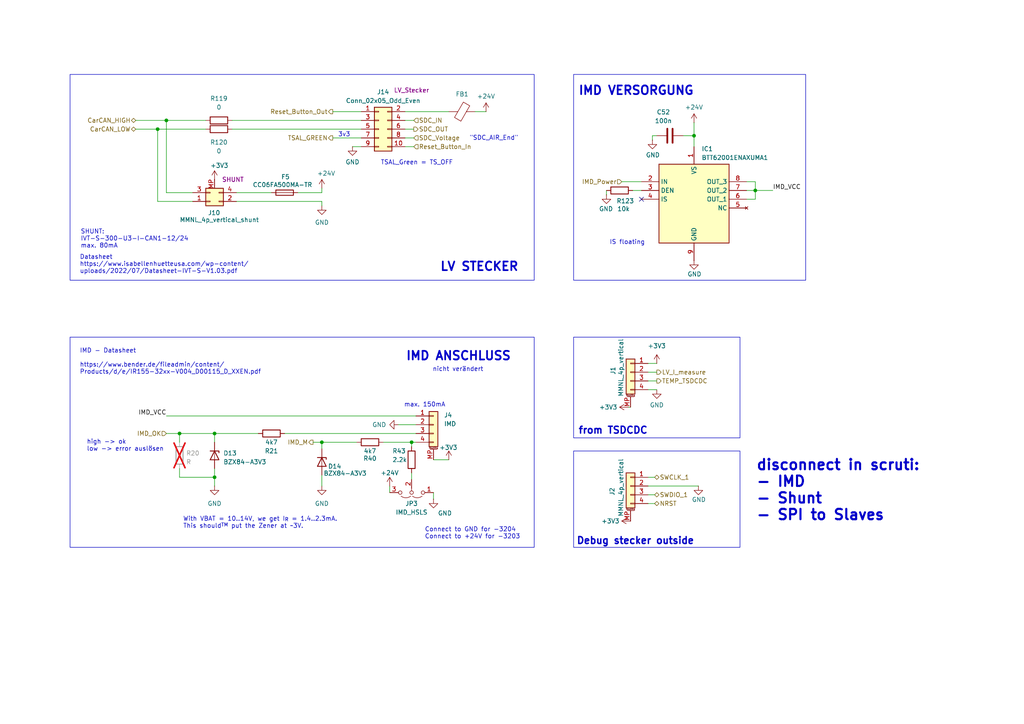
<source format=kicad_sch>
(kicad_sch
	(version 20231120)
	(generator "eeschema")
	(generator_version "8.0")
	(uuid "200fd554-4226-4e14-a1ce-db0521b00741")
	(paper "A4")
	(lib_symbols
		(symbol "BTT62001ENAXUMA1:BTT62001ENAXUMA1"
			(exclude_from_sim no)
			(in_bom yes)
			(on_board yes)
			(property "Reference" "IC"
				(at 26.67 7.62 0)
				(effects
					(font
						(size 1.27 1.27)
					)
					(justify left top)
				)
			)
			(property "Value" "BTT62001ENAXUMA1"
				(at 26.67 5.08 0)
				(effects
					(font
						(size 1.27 1.27)
					)
					(justify left top)
				)
			)
			(property "Footprint" "SOIC127P600X115-9N"
				(at 26.67 -94.92 0)
				(effects
					(font
						(size 1.27 1.27)
					)
					(justify left top)
					(hide yes)
				)
			)
			(property "Datasheet" "https://www.infineon.com/dgdl/Infineon-BTT6200-1ENA-DS-v01_00-EN.pdf?fileId=5546d462636cc8fb01645f3a31f312e9"
				(at 26.67 -194.92 0)
				(effects
					(font
						(size 1.27 1.27)
					)
					(justify left top)
					(hide yes)
				)
			)
			(property "Description" "Infineon PROFET"
				(at -2.54 5.334 0)
				(effects
					(font
						(size 1.27 1.27)
					)
					(hide yes)
				)
			)
			(property "Height" "1.15"
				(at 26.67 -394.92 0)
				(effects
					(font
						(size 1.27 1.27)
					)
					(justify left top)
					(hide yes)
				)
			)
			(property "Manufacturer_Name" "Infineon"
				(at 26.67 -494.92 0)
				(effects
					(font
						(size 1.27 1.27)
					)
					(justify left top)
					(hide yes)
				)
			)
			(property "Manufacturer_Part_Number" "BTT62001ENAXUMA1"
				(at 26.67 -594.92 0)
				(effects
					(font
						(size 1.27 1.27)
					)
					(justify left top)
					(hide yes)
				)
			)
			(property "Arrow Part Number" "BTT62001ENAXUMA1"
				(at 26.67 -694.92 0)
				(effects
					(font
						(size 1.27 1.27)
					)
					(justify left top)
					(hide yes)
				)
			)
			(property "Arrow Price/Stock" "https://www.arrow.com/en/products/btt62001enaxuma1/infineon-technologies-ag"
				(at 26.67 -794.92 0)
				(effects
					(font
						(size 1.27 1.27)
					)
					(justify left top)
					(hide yes)
				)
			)
			(symbol "BTT62001ENAXUMA1_1_1"
				(rectangle
					(start 5.08 2.54)
					(end 25.4 -20.32)
					(stroke
						(width 0.254)
						(type default)
					)
					(fill
						(type background)
					)
				)
				(pin passive line
					(at 15.24 7.62 270)
					(length 5.08)
					(name "VS"
						(effects
							(font
								(size 1.27 1.27)
							)
						)
					)
					(number "1"
						(effects
							(font
								(size 1.27 1.27)
							)
						)
					)
				)
				(pin passive line
					(at 0 -2.54 0)
					(length 5.08)
					(name "IN"
						(effects
							(font
								(size 1.27 1.27)
							)
						)
					)
					(number "2"
						(effects
							(font
								(size 1.27 1.27)
							)
						)
					)
				)
				(pin passive line
					(at 0 -5.08 0)
					(length 5.08)
					(name "DEN"
						(effects
							(font
								(size 1.27 1.27)
							)
						)
					)
					(number "3"
						(effects
							(font
								(size 1.27 1.27)
							)
						)
					)
				)
				(pin passive line
					(at 0 -7.62 0)
					(length 5.08)
					(name "IS"
						(effects
							(font
								(size 1.27 1.27)
							)
						)
					)
					(number "4"
						(effects
							(font
								(size 1.27 1.27)
							)
						)
					)
				)
				(pin no_connect line
					(at 30.48 -10.16 180)
					(length 5.08)
					(name "NC"
						(effects
							(font
								(size 1.27 1.27)
							)
						)
					)
					(number "5"
						(effects
							(font
								(size 1.27 1.27)
							)
						)
					)
				)
				(pin passive line
					(at 30.48 -7.62 180)
					(length 5.08)
					(name "OUT_1"
						(effects
							(font
								(size 1.27 1.27)
							)
						)
					)
					(number "6"
						(effects
							(font
								(size 1.27 1.27)
							)
						)
					)
				)
				(pin passive line
					(at 30.48 -5.08 180)
					(length 5.08)
					(name "OUT_2"
						(effects
							(font
								(size 1.27 1.27)
							)
						)
					)
					(number "7"
						(effects
							(font
								(size 1.27 1.27)
							)
						)
					)
				)
				(pin passive line
					(at 30.48 -2.54 180)
					(length 5.08)
					(name "OUT_3"
						(effects
							(font
								(size 1.27 1.27)
							)
						)
					)
					(number "8"
						(effects
							(font
								(size 1.27 1.27)
							)
						)
					)
				)
				(pin passive line
					(at 15.24 -25.4 90)
					(length 5.08)
					(name "GND"
						(effects
							(font
								(size 1.27 1.27)
							)
						)
					)
					(number "9"
						(effects
							(font
								(size 1.27 1.27)
							)
						)
					)
				)
			)
		)
		(symbol "Connector_Generic:Conn_02x05_Odd_Even"
			(pin_names
				(offset 1.016) hide)
			(exclude_from_sim no)
			(in_bom yes)
			(on_board yes)
			(property "Reference" "J"
				(at 1.27 7.62 0)
				(effects
					(font
						(size 1.27 1.27)
					)
				)
			)
			(property "Value" "Conn_02x05_Odd_Even"
				(at 1.27 -7.62 0)
				(effects
					(font
						(size 1.27 1.27)
					)
				)
			)
			(property "Footprint" ""
				(at 0 0 0)
				(effects
					(font
						(size 1.27 1.27)
					)
					(hide yes)
				)
			)
			(property "Datasheet" "~"
				(at 0 0 0)
				(effects
					(font
						(size 1.27 1.27)
					)
					(hide yes)
				)
			)
			(property "Description" "Generic connector, double row, 02x05, odd/even pin numbering scheme (row 1 odd numbers, row 2 even numbers), script generated (kicad-library-utils/schlib/autogen/connector/)"
				(at 0 0 0)
				(effects
					(font
						(size 1.27 1.27)
					)
					(hide yes)
				)
			)
			(property "ki_keywords" "connector"
				(at 0 0 0)
				(effects
					(font
						(size 1.27 1.27)
					)
					(hide yes)
				)
			)
			(property "ki_fp_filters" "Connector*:*_2x??_*"
				(at 0 0 0)
				(effects
					(font
						(size 1.27 1.27)
					)
					(hide yes)
				)
			)
			(symbol "Conn_02x05_Odd_Even_1_1"
				(rectangle
					(start -1.27 -4.953)
					(end 0 -5.207)
					(stroke
						(width 0.1524)
						(type default)
					)
					(fill
						(type none)
					)
				)
				(rectangle
					(start -1.27 -2.413)
					(end 0 -2.667)
					(stroke
						(width 0.1524)
						(type default)
					)
					(fill
						(type none)
					)
				)
				(rectangle
					(start -1.27 0.127)
					(end 0 -0.127)
					(stroke
						(width 0.1524)
						(type default)
					)
					(fill
						(type none)
					)
				)
				(rectangle
					(start -1.27 2.667)
					(end 0 2.413)
					(stroke
						(width 0.1524)
						(type default)
					)
					(fill
						(type none)
					)
				)
				(rectangle
					(start -1.27 5.207)
					(end 0 4.953)
					(stroke
						(width 0.1524)
						(type default)
					)
					(fill
						(type none)
					)
				)
				(rectangle
					(start -1.27 6.35)
					(end 3.81 -6.35)
					(stroke
						(width 0.254)
						(type default)
					)
					(fill
						(type background)
					)
				)
				(rectangle
					(start 3.81 -4.953)
					(end 2.54 -5.207)
					(stroke
						(width 0.1524)
						(type default)
					)
					(fill
						(type none)
					)
				)
				(rectangle
					(start 3.81 -2.413)
					(end 2.54 -2.667)
					(stroke
						(width 0.1524)
						(type default)
					)
					(fill
						(type none)
					)
				)
				(rectangle
					(start 3.81 0.127)
					(end 2.54 -0.127)
					(stroke
						(width 0.1524)
						(type default)
					)
					(fill
						(type none)
					)
				)
				(rectangle
					(start 3.81 2.667)
					(end 2.54 2.413)
					(stroke
						(width 0.1524)
						(type default)
					)
					(fill
						(type none)
					)
				)
				(rectangle
					(start 3.81 5.207)
					(end 2.54 4.953)
					(stroke
						(width 0.1524)
						(type default)
					)
					(fill
						(type none)
					)
				)
				(pin passive line
					(at -5.08 5.08 0)
					(length 3.81)
					(name "Pin_1"
						(effects
							(font
								(size 1.27 1.27)
							)
						)
					)
					(number "1"
						(effects
							(font
								(size 1.27 1.27)
							)
						)
					)
				)
				(pin passive line
					(at 7.62 -5.08 180)
					(length 3.81)
					(name "Pin_10"
						(effects
							(font
								(size 1.27 1.27)
							)
						)
					)
					(number "10"
						(effects
							(font
								(size 1.27 1.27)
							)
						)
					)
				)
				(pin passive line
					(at 7.62 5.08 180)
					(length 3.81)
					(name "Pin_2"
						(effects
							(font
								(size 1.27 1.27)
							)
						)
					)
					(number "2"
						(effects
							(font
								(size 1.27 1.27)
							)
						)
					)
				)
				(pin passive line
					(at -5.08 2.54 0)
					(length 3.81)
					(name "Pin_3"
						(effects
							(font
								(size 1.27 1.27)
							)
						)
					)
					(number "3"
						(effects
							(font
								(size 1.27 1.27)
							)
						)
					)
				)
				(pin passive line
					(at 7.62 2.54 180)
					(length 3.81)
					(name "Pin_4"
						(effects
							(font
								(size 1.27 1.27)
							)
						)
					)
					(number "4"
						(effects
							(font
								(size 1.27 1.27)
							)
						)
					)
				)
				(pin passive line
					(at -5.08 0 0)
					(length 3.81)
					(name "Pin_5"
						(effects
							(font
								(size 1.27 1.27)
							)
						)
					)
					(number "5"
						(effects
							(font
								(size 1.27 1.27)
							)
						)
					)
				)
				(pin passive line
					(at 7.62 0 180)
					(length 3.81)
					(name "Pin_6"
						(effects
							(font
								(size 1.27 1.27)
							)
						)
					)
					(number "6"
						(effects
							(font
								(size 1.27 1.27)
							)
						)
					)
				)
				(pin passive line
					(at -5.08 -2.54 0)
					(length 3.81)
					(name "Pin_7"
						(effects
							(font
								(size 1.27 1.27)
							)
						)
					)
					(number "7"
						(effects
							(font
								(size 1.27 1.27)
							)
						)
					)
				)
				(pin passive line
					(at 7.62 -2.54 180)
					(length 3.81)
					(name "Pin_8"
						(effects
							(font
								(size 1.27 1.27)
							)
						)
					)
					(number "8"
						(effects
							(font
								(size 1.27 1.27)
							)
						)
					)
				)
				(pin passive line
					(at -5.08 -5.08 0)
					(length 3.81)
					(name "Pin_9"
						(effects
							(font
								(size 1.27 1.27)
							)
						)
					)
					(number "9"
						(effects
							(font
								(size 1.27 1.27)
							)
						)
					)
				)
			)
		)
		(symbol "Connector_Generic_MountingPin:Conn_01x04_MountingPin"
			(pin_names
				(offset 1.016) hide)
			(exclude_from_sim no)
			(in_bom yes)
			(on_board yes)
			(property "Reference" "J"
				(at 0 5.08 0)
				(effects
					(font
						(size 1.27 1.27)
					)
				)
			)
			(property "Value" "Conn_01x04_MountingPin"
				(at 1.27 -7.62 0)
				(effects
					(font
						(size 1.27 1.27)
					)
					(justify left)
				)
			)
			(property "Footprint" ""
				(at 0 0 0)
				(effects
					(font
						(size 1.27 1.27)
					)
					(hide yes)
				)
			)
			(property "Datasheet" "~"
				(at 0 0 0)
				(effects
					(font
						(size 1.27 1.27)
					)
					(hide yes)
				)
			)
			(property "Description" "Generic connectable mounting pin connector, single row, 01x04, script generated (kicad-library-utils/schlib/autogen/connector/)"
				(at 0 0 0)
				(effects
					(font
						(size 1.27 1.27)
					)
					(hide yes)
				)
			)
			(property "ki_keywords" "connector"
				(at 0 0 0)
				(effects
					(font
						(size 1.27 1.27)
					)
					(hide yes)
				)
			)
			(property "ki_fp_filters" "Connector*:*_1x??-1MP*"
				(at 0 0 0)
				(effects
					(font
						(size 1.27 1.27)
					)
					(hide yes)
				)
			)
			(symbol "Conn_01x04_MountingPin_1_1"
				(rectangle
					(start -1.27 -4.953)
					(end 0 -5.207)
					(stroke
						(width 0.1524)
						(type default)
					)
					(fill
						(type none)
					)
				)
				(rectangle
					(start -1.27 -2.413)
					(end 0 -2.667)
					(stroke
						(width 0.1524)
						(type default)
					)
					(fill
						(type none)
					)
				)
				(rectangle
					(start -1.27 0.127)
					(end 0 -0.127)
					(stroke
						(width 0.1524)
						(type default)
					)
					(fill
						(type none)
					)
				)
				(rectangle
					(start -1.27 2.667)
					(end 0 2.413)
					(stroke
						(width 0.1524)
						(type default)
					)
					(fill
						(type none)
					)
				)
				(rectangle
					(start -1.27 3.81)
					(end 1.27 -6.35)
					(stroke
						(width 0.254)
						(type default)
					)
					(fill
						(type background)
					)
				)
				(polyline
					(pts
						(xy -1.016 -7.112) (xy 1.016 -7.112)
					)
					(stroke
						(width 0.1524)
						(type default)
					)
					(fill
						(type none)
					)
				)
				(text "Mounting"
					(at 0 -6.731 0)
					(effects
						(font
							(size 0.381 0.381)
						)
					)
				)
				(pin passive line
					(at -5.08 2.54 0)
					(length 3.81)
					(name "Pin_1"
						(effects
							(font
								(size 1.27 1.27)
							)
						)
					)
					(number "1"
						(effects
							(font
								(size 1.27 1.27)
							)
						)
					)
				)
				(pin passive line
					(at -5.08 0 0)
					(length 3.81)
					(name "Pin_2"
						(effects
							(font
								(size 1.27 1.27)
							)
						)
					)
					(number "2"
						(effects
							(font
								(size 1.27 1.27)
							)
						)
					)
				)
				(pin passive line
					(at -5.08 -2.54 0)
					(length 3.81)
					(name "Pin_3"
						(effects
							(font
								(size 1.27 1.27)
							)
						)
					)
					(number "3"
						(effects
							(font
								(size 1.27 1.27)
							)
						)
					)
				)
				(pin passive line
					(at -5.08 -5.08 0)
					(length 3.81)
					(name "Pin_4"
						(effects
							(font
								(size 1.27 1.27)
							)
						)
					)
					(number "4"
						(effects
							(font
								(size 1.27 1.27)
							)
						)
					)
				)
				(pin passive line
					(at 0 -10.16 90)
					(length 3.048)
					(name "MountPin"
						(effects
							(font
								(size 1.27 1.27)
							)
						)
					)
					(number "MP"
						(effects
							(font
								(size 1.27 1.27)
							)
						)
					)
				)
			)
		)
		(symbol "Device:C"
			(pin_numbers hide)
			(pin_names
				(offset 0.254)
			)
			(exclude_from_sim no)
			(in_bom yes)
			(on_board yes)
			(property "Reference" "C"
				(at 0.635 2.54 0)
				(effects
					(font
						(size 1.27 1.27)
					)
					(justify left)
				)
			)
			(property "Value" "C"
				(at 0.635 -2.54 0)
				(effects
					(font
						(size 1.27 1.27)
					)
					(justify left)
				)
			)
			(property "Footprint" ""
				(at 0.9652 -3.81 0)
				(effects
					(font
						(size 1.27 1.27)
					)
					(hide yes)
				)
			)
			(property "Datasheet" "~"
				(at 0 0 0)
				(effects
					(font
						(size 1.27 1.27)
					)
					(hide yes)
				)
			)
			(property "Description" "Unpolarized capacitor"
				(at 0 0 0)
				(effects
					(font
						(size 1.27 1.27)
					)
					(hide yes)
				)
			)
			(property "ki_keywords" "cap capacitor"
				(at 0 0 0)
				(effects
					(font
						(size 1.27 1.27)
					)
					(hide yes)
				)
			)
			(property "ki_fp_filters" "C_*"
				(at 0 0 0)
				(effects
					(font
						(size 1.27 1.27)
					)
					(hide yes)
				)
			)
			(symbol "C_0_1"
				(polyline
					(pts
						(xy -2.032 -0.762) (xy 2.032 -0.762)
					)
					(stroke
						(width 0.508)
						(type default)
					)
					(fill
						(type none)
					)
				)
				(polyline
					(pts
						(xy -2.032 0.762) (xy 2.032 0.762)
					)
					(stroke
						(width 0.508)
						(type default)
					)
					(fill
						(type none)
					)
				)
			)
			(symbol "C_1_1"
				(pin passive line
					(at 0 3.81 270)
					(length 2.794)
					(name "~"
						(effects
							(font
								(size 1.27 1.27)
							)
						)
					)
					(number "1"
						(effects
							(font
								(size 1.27 1.27)
							)
						)
					)
				)
				(pin passive line
					(at 0 -3.81 90)
					(length 2.794)
					(name "~"
						(effects
							(font
								(size 1.27 1.27)
							)
						)
					)
					(number "2"
						(effects
							(font
								(size 1.27 1.27)
							)
						)
					)
				)
			)
		)
		(symbol "Device:FerriteBead"
			(pin_numbers hide)
			(pin_names
				(offset 0)
			)
			(exclude_from_sim no)
			(in_bom yes)
			(on_board yes)
			(property "Reference" "FB"
				(at -3.81 0.635 90)
				(effects
					(font
						(size 1.27 1.27)
					)
				)
			)
			(property "Value" "FerriteBead"
				(at 3.81 0 90)
				(effects
					(font
						(size 1.27 1.27)
					)
				)
			)
			(property "Footprint" ""
				(at -1.778 0 90)
				(effects
					(font
						(size 1.27 1.27)
					)
					(hide yes)
				)
			)
			(property "Datasheet" "~"
				(at 0 0 0)
				(effects
					(font
						(size 1.27 1.27)
					)
					(hide yes)
				)
			)
			(property "Description" "Ferrite bead"
				(at 0 0 0)
				(effects
					(font
						(size 1.27 1.27)
					)
					(hide yes)
				)
			)
			(property "ki_keywords" "L ferrite bead inductor filter"
				(at 0 0 0)
				(effects
					(font
						(size 1.27 1.27)
					)
					(hide yes)
				)
			)
			(property "ki_fp_filters" "Inductor_* L_* *Ferrite*"
				(at 0 0 0)
				(effects
					(font
						(size 1.27 1.27)
					)
					(hide yes)
				)
			)
			(symbol "FerriteBead_0_1"
				(polyline
					(pts
						(xy 0 -1.27) (xy 0 -1.2192)
					)
					(stroke
						(width 0)
						(type default)
					)
					(fill
						(type none)
					)
				)
				(polyline
					(pts
						(xy 0 1.27) (xy 0 1.2954)
					)
					(stroke
						(width 0)
						(type default)
					)
					(fill
						(type none)
					)
				)
				(polyline
					(pts
						(xy -2.7686 0.4064) (xy -1.7018 2.2606) (xy 2.7686 -0.3048) (xy 1.6764 -2.159) (xy -2.7686 0.4064)
					)
					(stroke
						(width 0)
						(type default)
					)
					(fill
						(type none)
					)
				)
			)
			(symbol "FerriteBead_1_1"
				(pin passive line
					(at 0 3.81 270)
					(length 2.54)
					(name "~"
						(effects
							(font
								(size 1.27 1.27)
							)
						)
					)
					(number "1"
						(effects
							(font
								(size 1.27 1.27)
							)
						)
					)
				)
				(pin passive line
					(at 0 -3.81 90)
					(length 2.54)
					(name "~"
						(effects
							(font
								(size 1.27 1.27)
							)
						)
					)
					(number "2"
						(effects
							(font
								(size 1.27 1.27)
							)
						)
					)
				)
			)
		)
		(symbol "Device:Fuse"
			(pin_numbers hide)
			(pin_names
				(offset 0)
			)
			(exclude_from_sim no)
			(in_bom yes)
			(on_board yes)
			(property "Reference" "F"
				(at 2.032 0 90)
				(effects
					(font
						(size 1.27 1.27)
					)
				)
			)
			(property "Value" "Fuse"
				(at -1.905 0 90)
				(effects
					(font
						(size 1.27 1.27)
					)
				)
			)
			(property "Footprint" ""
				(at -1.778 0 90)
				(effects
					(font
						(size 1.27 1.27)
					)
					(hide yes)
				)
			)
			(property "Datasheet" "~"
				(at 0 0 0)
				(effects
					(font
						(size 1.27 1.27)
					)
					(hide yes)
				)
			)
			(property "Description" "Fuse"
				(at 0 0 0)
				(effects
					(font
						(size 1.27 1.27)
					)
					(hide yes)
				)
			)
			(property "ki_keywords" "fuse"
				(at 0 0 0)
				(effects
					(font
						(size 1.27 1.27)
					)
					(hide yes)
				)
			)
			(property "ki_fp_filters" "*Fuse*"
				(at 0 0 0)
				(effects
					(font
						(size 1.27 1.27)
					)
					(hide yes)
				)
			)
			(symbol "Fuse_0_1"
				(rectangle
					(start -0.762 -2.54)
					(end 0.762 2.54)
					(stroke
						(width 0.254)
						(type default)
					)
					(fill
						(type none)
					)
				)
				(polyline
					(pts
						(xy 0 2.54) (xy 0 -2.54)
					)
					(stroke
						(width 0)
						(type default)
					)
					(fill
						(type none)
					)
				)
			)
			(symbol "Fuse_1_1"
				(pin passive line
					(at 0 3.81 270)
					(length 1.27)
					(name "~"
						(effects
							(font
								(size 1.27 1.27)
							)
						)
					)
					(number "1"
						(effects
							(font
								(size 1.27 1.27)
							)
						)
					)
				)
				(pin passive line
					(at 0 -3.81 90)
					(length 1.27)
					(name "~"
						(effects
							(font
								(size 1.27 1.27)
							)
						)
					)
					(number "2"
						(effects
							(font
								(size 1.27 1.27)
							)
						)
					)
				)
			)
		)
		(symbol "Device:R"
			(pin_numbers hide)
			(pin_names
				(offset 0)
			)
			(exclude_from_sim no)
			(in_bom yes)
			(on_board yes)
			(property "Reference" "R"
				(at 2.032 0 90)
				(effects
					(font
						(size 1.27 1.27)
					)
				)
			)
			(property "Value" "R"
				(at 0 0 90)
				(effects
					(font
						(size 1.27 1.27)
					)
				)
			)
			(property "Footprint" ""
				(at -1.778 0 90)
				(effects
					(font
						(size 1.27 1.27)
					)
					(hide yes)
				)
			)
			(property "Datasheet" "~"
				(at 0 0 0)
				(effects
					(font
						(size 1.27 1.27)
					)
					(hide yes)
				)
			)
			(property "Description" "Resistor"
				(at 0 0 0)
				(effects
					(font
						(size 1.27 1.27)
					)
					(hide yes)
				)
			)
			(property "ki_keywords" "R res resistor"
				(at 0 0 0)
				(effects
					(font
						(size 1.27 1.27)
					)
					(hide yes)
				)
			)
			(property "ki_fp_filters" "R_*"
				(at 0 0 0)
				(effects
					(font
						(size 1.27 1.27)
					)
					(hide yes)
				)
			)
			(symbol "R_0_1"
				(rectangle
					(start -1.016 -2.54)
					(end 1.016 2.54)
					(stroke
						(width 0.254)
						(type default)
					)
					(fill
						(type none)
					)
				)
			)
			(symbol "R_1_1"
				(pin passive line
					(at 0 3.81 270)
					(length 1.27)
					(name "~"
						(effects
							(font
								(size 1.27 1.27)
							)
						)
					)
					(number "1"
						(effects
							(font
								(size 1.27 1.27)
							)
						)
					)
				)
				(pin passive line
					(at 0 -3.81 90)
					(length 1.27)
					(name "~"
						(effects
							(font
								(size 1.27 1.27)
							)
						)
					)
					(number "2"
						(effects
							(font
								(size 1.27 1.27)
							)
						)
					)
				)
			)
		)
		(symbol "Jumper:Jumper_3_Open"
			(pin_names
				(offset 0) hide)
			(exclude_from_sim no)
			(in_bom yes)
			(on_board yes)
			(property "Reference" "JP"
				(at -2.54 -2.54 0)
				(effects
					(font
						(size 1.27 1.27)
					)
				)
			)
			(property "Value" "Jumper_3_Open"
				(at 0 2.794 0)
				(effects
					(font
						(size 1.27 1.27)
					)
				)
			)
			(property "Footprint" ""
				(at 0 0 0)
				(effects
					(font
						(size 1.27 1.27)
					)
					(hide yes)
				)
			)
			(property "Datasheet" "~"
				(at 0 0 0)
				(effects
					(font
						(size 1.27 1.27)
					)
					(hide yes)
				)
			)
			(property "Description" "Jumper, 3-pole, both open"
				(at 0 0 0)
				(effects
					(font
						(size 1.27 1.27)
					)
					(hide yes)
				)
			)
			(property "ki_keywords" "Jumper SPDT"
				(at 0 0 0)
				(effects
					(font
						(size 1.27 1.27)
					)
					(hide yes)
				)
			)
			(property "ki_fp_filters" "Jumper* TestPoint*3Pads* TestPoint*Bridge*"
				(at 0 0 0)
				(effects
					(font
						(size 1.27 1.27)
					)
					(hide yes)
				)
			)
			(symbol "Jumper_3_Open_0_0"
				(circle
					(center -3.302 0)
					(radius 0.508)
					(stroke
						(width 0)
						(type default)
					)
					(fill
						(type none)
					)
				)
				(circle
					(center 0 0)
					(radius 0.508)
					(stroke
						(width 0)
						(type default)
					)
					(fill
						(type none)
					)
				)
				(circle
					(center 3.302 0)
					(radius 0.508)
					(stroke
						(width 0)
						(type default)
					)
					(fill
						(type none)
					)
				)
			)
			(symbol "Jumper_3_Open_0_1"
				(arc
					(start -0.254 1.016)
					(mid -1.651 1.4992)
					(end -3.048 1.016)
					(stroke
						(width 0)
						(type default)
					)
					(fill
						(type none)
					)
				)
				(polyline
					(pts
						(xy 0 -0.508) (xy 0 -1.27)
					)
					(stroke
						(width 0)
						(type default)
					)
					(fill
						(type none)
					)
				)
				(arc
					(start 3.048 1.016)
					(mid 1.651 1.4992)
					(end 0.254 1.016)
					(stroke
						(width 0)
						(type default)
					)
					(fill
						(type none)
					)
				)
			)
			(symbol "Jumper_3_Open_1_1"
				(pin passive line
					(at -6.35 0 0)
					(length 2.54)
					(name "A"
						(effects
							(font
								(size 1.27 1.27)
							)
						)
					)
					(number "1"
						(effects
							(font
								(size 1.27 1.27)
							)
						)
					)
				)
				(pin passive line
					(at 0 -3.81 90)
					(length 2.54)
					(name "C"
						(effects
							(font
								(size 1.27 1.27)
							)
						)
					)
					(number "2"
						(effects
							(font
								(size 1.27 1.27)
							)
						)
					)
				)
				(pin passive line
					(at 6.35 0 180)
					(length 2.54)
					(name "B"
						(effects
							(font
								(size 1.27 1.27)
							)
						)
					)
					(number "3"
						(effects
							(font
								(size 1.27 1.27)
							)
						)
					)
				)
			)
		)
		(symbol "Master:BZX84-A3V3"
			(pin_numbers hide)
			(pin_names
				(offset 1.016) hide)
			(exclude_from_sim no)
			(in_bom yes)
			(on_board yes)
			(property "Reference" "D"
				(at 0 2.54 0)
				(effects
					(font
						(size 1.27 1.27)
					)
				)
			)
			(property "Value" "BZX84-A3V3"
				(at 0 -2.54 0)
				(effects
					(font
						(size 1.27 1.27)
					)
				)
			)
			(property "Footprint" "Package_TO_SOT_SMD:SOT-23-3"
				(at 0 5.08 0)
				(effects
					(font
						(size 1.27 1.27)
					)
					(hide yes)
				)
			)
			(property "Datasheet" "~"
				(at 0 0 0)
				(effects
					(font
						(size 1.27 1.27)
					)
					(hide yes)
				)
			)
			(property "Description" "Zener diode 3.3V SOT-23"
				(at 0 0 0)
				(effects
					(font
						(size 1.27 1.27)
					)
					(hide yes)
				)
			)
			(property "ki_keywords" "diode"
				(at 0 0 0)
				(effects
					(font
						(size 1.27 1.27)
					)
					(hide yes)
				)
			)
			(property "ki_fp_filters" "TO-???* *_Diode_* *SingleDiode* D_*"
				(at 0 0 0)
				(effects
					(font
						(size 1.27 1.27)
					)
					(hide yes)
				)
			)
			(symbol "BZX84-A3V3_0_1"
				(polyline
					(pts
						(xy 1.27 0) (xy -1.27 0)
					)
					(stroke
						(width 0)
						(type default)
					)
					(fill
						(type none)
					)
				)
				(polyline
					(pts
						(xy -1.27 -1.27) (xy -1.27 1.27) (xy -0.762 1.27)
					)
					(stroke
						(width 0.254)
						(type default)
					)
					(fill
						(type none)
					)
				)
				(polyline
					(pts
						(xy 1.27 -1.27) (xy 1.27 1.27) (xy -1.27 0) (xy 1.27 -1.27)
					)
					(stroke
						(width 0.254)
						(type default)
					)
					(fill
						(type none)
					)
				)
			)
			(symbol "BZX84-A3V3_1_1"
				(pin passive line
					(at 3.81 0 180)
					(length 2.54)
					(name "A"
						(effects
							(font
								(size 1.27 1.27)
							)
						)
					)
					(number "1"
						(effects
							(font
								(size 1.27 1.27)
							)
						)
					)
				)
				(pin passive line
					(at -3.81 0 0)
					(length 2.54)
					(name "K"
						(effects
							(font
								(size 1.27 1.27)
							)
						)
					)
					(number "3"
						(effects
							(font
								(size 1.27 1.27)
							)
						)
					)
				)
			)
		)
		(symbol "Master:MMNL_2x2p_vertical"
			(pin_names
				(offset 1.016) hide)
			(exclude_from_sim no)
			(in_bom yes)
			(on_board yes)
			(property "Reference" "J"
				(at 1.27 2.54 0)
				(effects
					(font
						(size 1.27 1.27)
					)
				)
			)
			(property "Value" "MMNL_2x2p_vertical"
				(at 1.27 -5.08 0)
				(effects
					(font
						(size 1.27 1.27)
					)
				)
			)
			(property "Footprint" "FaSTTUBe_connectors:Micro_Mate-N-Lok_2x2p_vertical"
				(at 2.54 -7.112 0)
				(effects
					(font
						(size 1.27 1.27)
					)
					(hide yes)
				)
			)
			(property "Datasheet" "~"
				(at 0 0 0)
				(effects
					(font
						(size 1.27 1.27)
					)
					(hide yes)
				)
			)
			(property "Description" "Generic connector, double row, 02x02, odd/even pin numbering scheme (row 1 odd numbers, row 2 even numbers), script generated (kicad-library-utils/schlib/autogen/connector/)"
				(at 2.032 -9.398 0)
				(effects
					(font
						(size 1.27 1.27)
					)
					(hide yes)
				)
			)
			(property "ki_keywords" "connector"
				(at 0 0 0)
				(effects
					(font
						(size 1.27 1.27)
					)
					(hide yes)
				)
			)
			(property "ki_fp_filters" "Connector*:*_2x??_*"
				(at 0 0 0)
				(effects
					(font
						(size 1.27 1.27)
					)
					(hide yes)
				)
			)
			(symbol "MMNL_2x2p_vertical_1_1"
				(rectangle
					(start -1.27 -2.413)
					(end 0 -2.667)
					(stroke
						(width 0.1524)
						(type default)
					)
					(fill
						(type none)
					)
				)
				(rectangle
					(start -1.27 0.127)
					(end 0 -0.127)
					(stroke
						(width 0.1524)
						(type default)
					)
					(fill
						(type none)
					)
				)
				(rectangle
					(start -1.27 1.27)
					(end 3.81 -3.81)
					(stroke
						(width 0.254)
						(type default)
					)
					(fill
						(type background)
					)
				)
				(rectangle
					(start 3.81 -2.413)
					(end 2.54 -2.667)
					(stroke
						(width 0.1524)
						(type default)
					)
					(fill
						(type none)
					)
				)
				(rectangle
					(start 3.81 0.127)
					(end 2.54 -0.127)
					(stroke
						(width 0.1524)
						(type default)
					)
					(fill
						(type none)
					)
				)
				(pin passive line
					(at -5.08 0 0)
					(length 3.81)
					(name "Pin_1"
						(effects
							(font
								(size 1.27 1.27)
							)
						)
					)
					(number "1"
						(effects
							(font
								(size 1.27 1.27)
							)
						)
					)
				)
				(pin passive line
					(at 7.62 0 180)
					(length 3.81)
					(name "Pin_2"
						(effects
							(font
								(size 1.27 1.27)
							)
						)
					)
					(number "2"
						(effects
							(font
								(size 1.27 1.27)
							)
						)
					)
				)
				(pin passive line
					(at -5.08 -2.54 0)
					(length 3.81)
					(name "Pin_3"
						(effects
							(font
								(size 1.27 1.27)
							)
						)
					)
					(number "3"
						(effects
							(font
								(size 1.27 1.27)
							)
						)
					)
				)
				(pin passive line
					(at 7.62 -2.54 180)
					(length 3.81)
					(name "Pin_4"
						(effects
							(font
								(size 1.27 1.27)
							)
						)
					)
					(number "4"
						(effects
							(font
								(size 1.27 1.27)
							)
						)
					)
				)
				(pin passive line
					(at 1.27 -6.35 90)
					(length 2.54)
					(name ""
						(effects
							(font
								(size 1.27 1.27)
							)
						)
					)
					(number "MP"
						(effects
							(font
								(size 1.27 1.27)
							)
						)
					)
				)
			)
		)
		(symbol "power:+12V"
			(power)
			(pin_numbers hide)
			(pin_names
				(offset 0) hide)
			(exclude_from_sim no)
			(in_bom yes)
			(on_board yes)
			(property "Reference" "#PWR"
				(at 0 -3.81 0)
				(effects
					(font
						(size 1.27 1.27)
					)
					(hide yes)
				)
			)
			(property "Value" "+12V"
				(at 0 3.556 0)
				(effects
					(font
						(size 1.27 1.27)
					)
				)
			)
			(property "Footprint" ""
				(at 0 0 0)
				(effects
					(font
						(size 1.27 1.27)
					)
					(hide yes)
				)
			)
			(property "Datasheet" ""
				(at 0 0 0)
				(effects
					(font
						(size 1.27 1.27)
					)
					(hide yes)
				)
			)
			(property "Description" "Power symbol creates a global label with name \"+12V\""
				(at 0 0 0)
				(effects
					(font
						(size 1.27 1.27)
					)
					(hide yes)
				)
			)
			(property "ki_keywords" "global power"
				(at 0 0 0)
				(effects
					(font
						(size 1.27 1.27)
					)
					(hide yes)
				)
			)
			(symbol "+12V_0_1"
				(polyline
					(pts
						(xy -0.762 1.27) (xy 0 2.54)
					)
					(stroke
						(width 0)
						(type default)
					)
					(fill
						(type none)
					)
				)
				(polyline
					(pts
						(xy 0 0) (xy 0 2.54)
					)
					(stroke
						(width 0)
						(type default)
					)
					(fill
						(type none)
					)
				)
				(polyline
					(pts
						(xy 0 2.54) (xy 0.762 1.27)
					)
					(stroke
						(width 0)
						(type default)
					)
					(fill
						(type none)
					)
				)
			)
			(symbol "+12V_1_1"
				(pin power_in line
					(at 0 0 90)
					(length 0)
					(name "~"
						(effects
							(font
								(size 1.27 1.27)
							)
						)
					)
					(number "1"
						(effects
							(font
								(size 1.27 1.27)
							)
						)
					)
				)
			)
		)
		(symbol "power:+24V"
			(power)
			(pin_numbers hide)
			(pin_names
				(offset 0) hide)
			(exclude_from_sim no)
			(in_bom yes)
			(on_board yes)
			(property "Reference" "#PWR"
				(at 0 -3.81 0)
				(effects
					(font
						(size 1.27 1.27)
					)
					(hide yes)
				)
			)
			(property "Value" "+24V"
				(at 0 3.556 0)
				(effects
					(font
						(size 1.27 1.27)
					)
				)
			)
			(property "Footprint" ""
				(at 0 0 0)
				(effects
					(font
						(size 1.27 1.27)
					)
					(hide yes)
				)
			)
			(property "Datasheet" ""
				(at 0 0 0)
				(effects
					(font
						(size 1.27 1.27)
					)
					(hide yes)
				)
			)
			(property "Description" "Power symbol creates a global label with name \"+24V\""
				(at 0 0 0)
				(effects
					(font
						(size 1.27 1.27)
					)
					(hide yes)
				)
			)
			(property "ki_keywords" "global power"
				(at 0 0 0)
				(effects
					(font
						(size 1.27 1.27)
					)
					(hide yes)
				)
			)
			(symbol "+24V_0_1"
				(polyline
					(pts
						(xy -0.762 1.27) (xy 0 2.54)
					)
					(stroke
						(width 0)
						(type default)
					)
					(fill
						(type none)
					)
				)
				(polyline
					(pts
						(xy 0 0) (xy 0 2.54)
					)
					(stroke
						(width 0)
						(type default)
					)
					(fill
						(type none)
					)
				)
				(polyline
					(pts
						(xy 0 2.54) (xy 0.762 1.27)
					)
					(stroke
						(width 0)
						(type default)
					)
					(fill
						(type none)
					)
				)
			)
			(symbol "+24V_1_1"
				(pin power_in line
					(at 0 0 90)
					(length 0)
					(name "~"
						(effects
							(font
								(size 1.27 1.27)
							)
						)
					)
					(number "1"
						(effects
							(font
								(size 1.27 1.27)
							)
						)
					)
				)
			)
		)
		(symbol "power:+3V3"
			(power)
			(pin_numbers hide)
			(pin_names
				(offset 0) hide)
			(exclude_from_sim no)
			(in_bom yes)
			(on_board yes)
			(property "Reference" "#PWR"
				(at 0 -3.81 0)
				(effects
					(font
						(size 1.27 1.27)
					)
					(hide yes)
				)
			)
			(property "Value" "+3V3"
				(at 0 3.556 0)
				(effects
					(font
						(size 1.27 1.27)
					)
				)
			)
			(property "Footprint" ""
				(at 0 0 0)
				(effects
					(font
						(size 1.27 1.27)
					)
					(hide yes)
				)
			)
			(property "Datasheet" ""
				(at 0 0 0)
				(effects
					(font
						(size 1.27 1.27)
					)
					(hide yes)
				)
			)
			(property "Description" "Power symbol creates a global label with name \"+3V3\""
				(at 0 0 0)
				(effects
					(font
						(size 1.27 1.27)
					)
					(hide yes)
				)
			)
			(property "ki_keywords" "global power"
				(at 0 0 0)
				(effects
					(font
						(size 1.27 1.27)
					)
					(hide yes)
				)
			)
			(symbol "+3V3_0_1"
				(polyline
					(pts
						(xy -0.762 1.27) (xy 0 2.54)
					)
					(stroke
						(width 0)
						(type default)
					)
					(fill
						(type none)
					)
				)
				(polyline
					(pts
						(xy 0 0) (xy 0 2.54)
					)
					(stroke
						(width 0)
						(type default)
					)
					(fill
						(type none)
					)
				)
				(polyline
					(pts
						(xy 0 2.54) (xy 0.762 1.27)
					)
					(stroke
						(width 0)
						(type default)
					)
					(fill
						(type none)
					)
				)
			)
			(symbol "+3V3_1_1"
				(pin power_in line
					(at 0 0 90)
					(length 0)
					(name "~"
						(effects
							(font
								(size 1.27 1.27)
							)
						)
					)
					(number "1"
						(effects
							(font
								(size 1.27 1.27)
							)
						)
					)
				)
			)
		)
		(symbol "power:GND"
			(power)
			(pin_numbers hide)
			(pin_names
				(offset 0) hide)
			(exclude_from_sim no)
			(in_bom yes)
			(on_board yes)
			(property "Reference" "#PWR"
				(at 0 -6.35 0)
				(effects
					(font
						(size 1.27 1.27)
					)
					(hide yes)
				)
			)
			(property "Value" "GND"
				(at 0 -3.81 0)
				(effects
					(font
						(size 1.27 1.27)
					)
				)
			)
			(property "Footprint" ""
				(at 0 0 0)
				(effects
					(font
						(size 1.27 1.27)
					)
					(hide yes)
				)
			)
			(property "Datasheet" ""
				(at 0 0 0)
				(effects
					(font
						(size 1.27 1.27)
					)
					(hide yes)
				)
			)
			(property "Description" "Power symbol creates a global label with name \"GND\" , ground"
				(at 0 0 0)
				(effects
					(font
						(size 1.27 1.27)
					)
					(hide yes)
				)
			)
			(property "ki_keywords" "global power"
				(at 0 0 0)
				(effects
					(font
						(size 1.27 1.27)
					)
					(hide yes)
				)
			)
			(symbol "GND_0_1"
				(polyline
					(pts
						(xy 0 0) (xy 0 -1.27) (xy 1.27 -1.27) (xy 0 -2.54) (xy -1.27 -1.27) (xy 0 -1.27)
					)
					(stroke
						(width 0)
						(type default)
					)
					(fill
						(type none)
					)
				)
			)
			(symbol "GND_1_1"
				(pin power_in line
					(at 0 0 270)
					(length 0)
					(name "~"
						(effects
							(font
								(size 1.27 1.27)
							)
						)
					)
					(number "1"
						(effects
							(font
								(size 1.27 1.27)
							)
						)
					)
				)
			)
		)
	)
	(junction
		(at 52.07 125.73)
		(diameter 0)
		(color 0 0 0 0)
		(uuid "19072f10-ee5a-4b22-866e-df3b513352af")
	)
	(junction
		(at 93.345 128.27)
		(diameter 0)
		(color 0 0 0 0)
		(uuid "42343a46-3f07-428a-bf16-87efa8edff8c")
	)
	(junction
		(at 48.26 34.925)
		(diameter 0)
		(color 0 0 0 0)
		(uuid "4769e45c-17ba-4922-b819-a8e35fb3acc2")
	)
	(junction
		(at 219.075 55.245)
		(diameter 0)
		(color 0 0 0 0)
		(uuid "6eb95d5a-70b5-4668-b223-c8726612b6e7")
	)
	(junction
		(at 62.23 138.43)
		(diameter 0)
		(color 0 0 0 0)
		(uuid "93b1b874-e97f-47cf-b2c6-2e87d002f9cf")
	)
	(junction
		(at 201.295 39.37)
		(diameter 0)
		(color 0 0 0 0)
		(uuid "adbc9845-3c94-4ee5-93b5-dad7fa542b18")
	)
	(junction
		(at 62.23 125.73)
		(diameter 0)
		(color 0 0 0 0)
		(uuid "d4ac3df1-5e23-4aaa-ab12-71161d937d30")
	)
	(junction
		(at 119.38 128.27)
		(diameter 0)
		(color 0 0 0 0)
		(uuid "ed35cf1b-2ef9-4b44-b8e6-06c905269c9b")
	)
	(junction
		(at 45.72 37.465)
		(diameter 0)
		(color 0 0 0 0)
		(uuid "f497c29c-fe32-4760-93b5-0c99773088aa")
	)
	(no_connect
		(at 186.055 57.785)
		(uuid "3e9e0879-cd00-495f-bae5-53fa16f0f4cb")
	)
	(wire
		(pts
			(xy 93.345 55.88) (xy 86.36 55.88)
		)
		(stroke
			(width 0)
			(type default)
		)
		(uuid "0255bc4f-36a3-4788-8032-6c8b69c1750e")
	)
	(wire
		(pts
			(xy 48.26 34.925) (xy 59.69 34.925)
		)
		(stroke
			(width 0)
			(type default)
		)
		(uuid "0799e8c7-0f92-4b61-97c2-550cf9627324")
	)
	(wire
		(pts
			(xy 219.075 55.245) (xy 216.535 55.245)
		)
		(stroke
			(width 0)
			(type default)
		)
		(uuid "0db18b39-d9c5-4aac-b3dd-f8a9d98eb556")
	)
	(wire
		(pts
			(xy 68.58 55.88) (xy 78.74 55.88)
		)
		(stroke
			(width 0)
			(type default)
		)
		(uuid "1c0154b9-0327-45d8-825d-2b767943d664")
	)
	(wire
		(pts
			(xy 45.72 37.465) (xy 59.69 37.465)
		)
		(stroke
			(width 0)
			(type default)
		)
		(uuid "1f83c307-9184-4452-885a-9ef3548cf41c")
	)
	(wire
		(pts
			(xy 48.26 34.925) (xy 48.26 55.88)
		)
		(stroke
			(width 0)
			(type default)
		)
		(uuid "223afdb1-54b8-4708-a73f-4c87cf9232dc")
	)
	(wire
		(pts
			(xy 62.23 125.73) (xy 62.23 128.27)
		)
		(stroke
			(width 0)
			(type default)
		)
		(uuid "231aadfb-dd2a-4d9d-b80c-98d50e0763d9")
	)
	(wire
		(pts
			(xy 93.345 58.42) (xy 68.58 58.42)
		)
		(stroke
			(width 0)
			(type default)
		)
		(uuid "29e9c02a-14a3-4fc5-a05b-8b2cf24518b9")
	)
	(wire
		(pts
			(xy 219.075 52.705) (xy 219.075 55.245)
		)
		(stroke
			(width 0)
			(type default)
		)
		(uuid "32986fc9-cb07-4b8b-81c0-599312b0485a")
	)
	(wire
		(pts
			(xy 120.015 37.465) (xy 117.475 37.465)
		)
		(stroke
			(width 0)
			(type default)
		)
		(uuid "347a1e79-8e4b-4212-a960-6fb89efef66b")
	)
	(wire
		(pts
			(xy 216.535 52.705) (xy 219.075 52.705)
		)
		(stroke
			(width 0)
			(type default)
		)
		(uuid "383b9c21-a5f9-4fc9-b19d-182838d2e88a")
	)
	(wire
		(pts
			(xy 120.015 42.545) (xy 117.475 42.545)
		)
		(stroke
			(width 0)
			(type default)
		)
		(uuid "3b34f4ef-ab8d-44ee-a2d0-2a31d1589d6d")
	)
	(wire
		(pts
			(xy 90.805 128.27) (xy 93.345 128.27)
		)
		(stroke
			(width 0)
			(type default)
		)
		(uuid "3c4e452b-00d9-4808-b9d0-92515ec0fb60")
	)
	(wire
		(pts
			(xy 82.55 125.73) (xy 120.65 125.73)
		)
		(stroke
			(width 0)
			(type default)
		)
		(uuid "43f74520-4556-4d56-8b10-40de637704fc")
	)
	(wire
		(pts
			(xy 52.07 125.73) (xy 62.23 125.73)
		)
		(stroke
			(width 0)
			(type default)
		)
		(uuid "452b695d-025e-47a2-922c-47540bbcdd01")
	)
	(wire
		(pts
			(xy 140.97 32.385) (xy 137.795 32.385)
		)
		(stroke
			(width 0)
			(type default)
		)
		(uuid "49b1872b-23ad-44c4-b7ac-aef33c11aa54")
	)
	(wire
		(pts
			(xy 117.475 32.385) (xy 130.175 32.385)
		)
		(stroke
			(width 0)
			(type default)
		)
		(uuid "4eb67373-e7de-4954-b18d-72959d4e5ed7")
	)
	(wire
		(pts
			(xy 175.895 56.515) (xy 175.895 55.245)
		)
		(stroke
			(width 0)
			(type default)
		)
		(uuid "58e0f839-12dc-4f66-841a-fc8d94ded7b8")
	)
	(wire
		(pts
			(xy 119.38 128.27) (xy 119.38 129.54)
		)
		(stroke
			(width 0)
			(type default)
		)
		(uuid "5a375e9a-6a43-48b5-8ab7-ed74b79f317a")
	)
	(wire
		(pts
			(xy 103.505 128.27) (xy 93.345 128.27)
		)
		(stroke
			(width 0)
			(type default)
		)
		(uuid "5dedd505-5525-4264-9901-2faf9d46f31a")
	)
	(wire
		(pts
			(xy 189.865 138.43) (xy 187.96 138.43)
		)
		(stroke
			(width 0)
			(type default)
		)
		(uuid "5f5f1b64-2e43-4140-9a1f-23a916c2d4be")
	)
	(wire
		(pts
			(xy 125.73 142.875) (xy 125.73 144.78)
		)
		(stroke
			(width 0)
			(type default)
		)
		(uuid "62fd7570-7c4f-42aa-ad92-fb462293d33d")
	)
	(wire
		(pts
			(xy 93.345 137.795) (xy 93.345 140.97)
		)
		(stroke
			(width 0)
			(type default)
		)
		(uuid "6eccbf36-59ea-4e49-ad7d-b589600064a0")
	)
	(wire
		(pts
			(xy 93.345 59.69) (xy 93.345 58.42)
		)
		(stroke
			(width 0)
			(type default)
		)
		(uuid "706f8d03-a3b3-4ed3-95ae-a1d3ac319a85")
	)
	(wire
		(pts
			(xy 39.37 34.925) (xy 48.26 34.925)
		)
		(stroke
			(width 0)
			(type default)
		)
		(uuid "7316454d-0863-49c7-88d3-874c47bc083b")
	)
	(wire
		(pts
			(xy 45.72 58.42) (xy 55.88 58.42)
		)
		(stroke
			(width 0)
			(type default)
		)
		(uuid "77dce1da-d32b-4ae2-929e-4eddda6dc2b7")
	)
	(wire
		(pts
			(xy 45.72 37.465) (xy 45.72 58.42)
		)
		(stroke
			(width 0)
			(type default)
		)
		(uuid "7ad3efa0-d9e7-43dc-9f75-5a8f51ce80e6")
	)
	(wire
		(pts
			(xy 189.865 146.05) (xy 187.96 146.05)
		)
		(stroke
			(width 0)
			(type default)
		)
		(uuid "7be14796-1d26-4ef1-948d-83ffc641207f")
	)
	(wire
		(pts
			(xy 183.515 55.245) (xy 186.055 55.245)
		)
		(stroke
			(width 0)
			(type default)
		)
		(uuid "7d83cce6-098a-4b7f-b29c-85045c30e368")
	)
	(wire
		(pts
			(xy 117.475 40.005) (xy 120.015 40.005)
		)
		(stroke
			(width 0)
			(type default)
		)
		(uuid "7eb99c9a-585e-4f9f-8190-ac4bd6bf5e09")
	)
	(wire
		(pts
			(xy 180.34 52.705) (xy 186.055 52.705)
		)
		(stroke
			(width 0)
			(type default)
		)
		(uuid "7f047e60-26c4-4baa-aac5-f8471a48baa2")
	)
	(wire
		(pts
			(xy 96.52 32.385) (xy 104.775 32.385)
		)
		(stroke
			(width 0)
			(type default)
		)
		(uuid "807ef203-531a-44de-8229-f82541329fe1")
	)
	(wire
		(pts
			(xy 67.31 37.465) (xy 104.775 37.465)
		)
		(stroke
			(width 0)
			(type default)
		)
		(uuid "827e06c4-b594-4647-8d83-344da7e7444a")
	)
	(wire
		(pts
			(xy 120.015 34.925) (xy 117.475 34.925)
		)
		(stroke
			(width 0)
			(type default)
		)
		(uuid "85657ce7-f49d-4756-ad44-a1480e1cc61e")
	)
	(wire
		(pts
			(xy 52.07 138.43) (xy 62.23 138.43)
		)
		(stroke
			(width 0)
			(type default)
		)
		(uuid "85df31e6-89bb-4b1c-b543-0f3821a0722a")
	)
	(wire
		(pts
			(xy 52.07 135.89) (xy 52.07 138.43)
		)
		(stroke
			(width 0)
			(type default)
		)
		(uuid "8abd20aa-2a76-4bd9-a994-d718b91ef485")
	)
	(wire
		(pts
			(xy 62.23 125.73) (xy 74.93 125.73)
		)
		(stroke
			(width 0)
			(type default)
		)
		(uuid "8d2c4e14-5f2a-41b3-8d76-cfde6b6ad76d")
	)
	(wire
		(pts
			(xy 125.73 133.35) (xy 130.175 133.35)
		)
		(stroke
			(width 0)
			(type default)
		)
		(uuid "8d48b6ae-3a79-4d27-916c-fb9c16742f89")
	)
	(wire
		(pts
			(xy 67.31 34.925) (xy 104.775 34.925)
		)
		(stroke
			(width 0)
			(type default)
		)
		(uuid "9436698c-b3c3-4a53-a1a1-e2870f46fc42")
	)
	(wire
		(pts
			(xy 182.245 118.11) (xy 182.88 118.11)
		)
		(stroke
			(width 0)
			(type default)
		)
		(uuid "963fa769-1ff2-4956-a4c3-f0d983b67590")
	)
	(wire
		(pts
			(xy 201.295 39.37) (xy 201.295 42.545)
		)
		(stroke
			(width 0)
			(type default)
		)
		(uuid "96c855e3-cd26-4c2b-b7a5-1be4dc8174d6")
	)
	(wire
		(pts
			(xy 93.345 128.27) (xy 93.345 130.175)
		)
		(stroke
			(width 0)
			(type default)
		)
		(uuid "97b5f269-8abb-461d-abcd-82eeea9856d1")
	)
	(wire
		(pts
			(xy 190.5 105.41) (xy 187.96 105.41)
		)
		(stroke
			(width 0)
			(type default)
		)
		(uuid "99ea6270-3650-46e7-a8dc-7698f2cb70e2")
	)
	(wire
		(pts
			(xy 48.26 120.65) (xy 120.65 120.65)
		)
		(stroke
			(width 0)
			(type default)
		)
		(uuid "9a7fb677-7015-45e9-9f32-acef182ba3ba")
	)
	(wire
		(pts
			(xy 219.075 57.785) (xy 216.535 57.785)
		)
		(stroke
			(width 0)
			(type default)
		)
		(uuid "9ad3ec19-aeee-4e07-a389-0ee193190209")
	)
	(wire
		(pts
			(xy 93.345 54.61) (xy 93.345 55.88)
		)
		(stroke
			(width 0)
			(type default)
		)
		(uuid "a10fd44d-2767-4040-937f-bf65f4ca23a6")
	)
	(wire
		(pts
			(xy 120.65 128.27) (xy 119.38 128.27)
		)
		(stroke
			(width 0)
			(type default)
		)
		(uuid "a3308896-c9f0-4861-8e65-188beaa8a9c9")
	)
	(wire
		(pts
			(xy 48.26 55.88) (xy 55.88 55.88)
		)
		(stroke
			(width 0)
			(type default)
		)
		(uuid "a703b8d3-655a-4c17-9f68-8f336086aa60")
	)
	(wire
		(pts
			(xy 189.865 143.51) (xy 187.96 143.51)
		)
		(stroke
			(width 0)
			(type default)
		)
		(uuid "a82dc577-f3f2-4c20-9fe7-f0a1e43ae39b")
	)
	(wire
		(pts
			(xy 201.295 35.56) (xy 201.295 39.37)
		)
		(stroke
			(width 0)
			(type default)
		)
		(uuid "affa5877-47d2-4163-aa5c-00c9781334ec")
	)
	(wire
		(pts
			(xy 190.5 113.03) (xy 187.96 113.03)
		)
		(stroke
			(width 0)
			(type default)
		)
		(uuid "b021074d-c182-4496-bec0-70d367a760de")
	)
	(wire
		(pts
			(xy 104.775 42.545) (xy 102.235 42.545)
		)
		(stroke
			(width 0)
			(type default)
		)
		(uuid "b0fcf866-a2bd-4b72-99c8-2d4dfcc84f89")
	)
	(wire
		(pts
			(xy 119.38 137.16) (xy 119.38 139.065)
		)
		(stroke
			(width 0)
			(type default)
		)
		(uuid "b21d939c-504b-4936-bbd1-d61711bc96b3")
	)
	(wire
		(pts
			(xy 189.23 39.37) (xy 189.23 40.64)
		)
		(stroke
			(width 0)
			(type default)
		)
		(uuid "b75a02fc-e976-4ae5-b36b-251c0cc62349")
	)
	(wire
		(pts
			(xy 187.96 110.49) (xy 190.5 110.49)
		)
		(stroke
			(width 0)
			(type default)
		)
		(uuid "b9dc06ae-d7aa-4d16-b58c-fca265be442c")
	)
	(wire
		(pts
			(xy 62.23 138.43) (xy 62.23 140.97)
		)
		(stroke
			(width 0)
			(type default)
		)
		(uuid "bc903c9c-c5ab-40f0-9f5f-d2330ca6664c")
	)
	(wire
		(pts
			(xy 187.96 140.97) (xy 202.565 140.97)
		)
		(stroke
			(width 0)
			(type default)
		)
		(uuid "bfeb86cd-ef8e-4800-984f-4086621d284b")
	)
	(wire
		(pts
			(xy 219.075 55.245) (xy 219.075 57.785)
		)
		(stroke
			(width 0)
			(type default)
		)
		(uuid "c94bfbc7-6f1a-4320-8477-45b9a14bb974")
	)
	(wire
		(pts
			(xy 115.57 123.19) (xy 120.65 123.19)
		)
		(stroke
			(width 0)
			(type default)
		)
		(uuid "cad32d84-cfb7-4012-abbc-8192383415ed")
	)
	(wire
		(pts
			(xy 39.37 37.465) (xy 45.72 37.465)
		)
		(stroke
			(width 0)
			(type default)
		)
		(uuid "cca3edaf-b624-477b-bcfa-0eb8e160ccea")
	)
	(wire
		(pts
			(xy 111.125 128.27) (xy 119.38 128.27)
		)
		(stroke
			(width 0)
			(type default)
		)
		(uuid "cf4c4cbd-807b-4e6b-9f3c-277dde0a6f74")
	)
	(wire
		(pts
			(xy 219.075 55.245) (xy 224.155 55.245)
		)
		(stroke
			(width 0)
			(type default)
		)
		(uuid "d53dc2d1-a411-4c9c-8833-2c6a03cc244b")
	)
	(wire
		(pts
			(xy 96.52 40.005) (xy 104.775 40.005)
		)
		(stroke
			(width 0)
			(type default)
		)
		(uuid "d653f087-3c4d-4680-8a93-f42e1c5b7a7f")
	)
	(wire
		(pts
			(xy 62.23 135.89) (xy 62.23 138.43)
		)
		(stroke
			(width 0)
			(type default)
		)
		(uuid "d81bc727-e41d-4f6d-ab24-d3351f401a2e")
	)
	(wire
		(pts
			(xy 48.26 125.73) (xy 52.07 125.73)
		)
		(stroke
			(width 0)
			(type default)
		)
		(uuid "ddc12bae-e8cd-495e-bdb3-77148dc4337f")
	)
	(wire
		(pts
			(xy 189.23 39.37) (xy 190.5 39.37)
		)
		(stroke
			(width 0)
			(type default)
		)
		(uuid "e015a389-db9b-4a81-a43a-e28acf404fab")
	)
	(wire
		(pts
			(xy 187.96 107.95) (xy 190.5 107.95)
		)
		(stroke
			(width 0)
			(type default)
		)
		(uuid "e8f9580b-a401-45a6-b52f-bae00f99bcb2")
	)
	(wire
		(pts
			(xy 198.12 39.37) (xy 201.295 39.37)
		)
		(stroke
			(width 0)
			(type default)
		)
		(uuid "eac75d5c-143c-4b7c-8fc1-458ce2bc3da7")
	)
	(wire
		(pts
			(xy 52.07 125.73) (xy 52.07 128.27)
		)
		(stroke
			(width 0)
			(type default)
		)
		(uuid "ec55d250-a13a-4d16-970f-1fc6f3c743ad")
	)
	(wire
		(pts
			(xy 113.03 140.97) (xy 113.03 142.875)
		)
		(stroke
			(width 0)
			(type default)
		)
		(uuid "fc93a46e-2bbb-4498-a334-367afbf88444")
	)
	(rectangle
		(start 166.37 130.81)
		(end 214.63 158.75)
		(stroke
			(width 0)
			(type default)
		)
		(fill
			(type none)
		)
		(uuid 67d4f92e-ba5a-44ea-bd5f-5332643b1521)
	)
	(rectangle
		(start 20.32 21.59)
		(end 154.94 81.28)
		(stroke
			(width 0)
			(type default)
		)
		(fill
			(type none)
		)
		(uuid 69683107-b8aa-4c84-80dd-cafc923a3a35)
	)
	(rectangle
		(start 166.37 97.79)
		(end 214.63 127)
		(stroke
			(width 0)
			(type default)
		)
		(fill
			(type none)
		)
		(uuid d580111b-5b49-4ef6-a552-25e172f918bb)
	)
	(rectangle
		(start 166.37 21.59)
		(end 233.68 81.28)
		(stroke
			(width 0)
			(type default)
		)
		(fill
			(type none)
		)
		(uuid d98a87a8-f43e-4280-9a8f-1975ab1112e1)
	)
	(rectangle
		(start 20.32 97.79)
		(end 154.94 158.75)
		(stroke
			(width 0)
			(type default)
		)
		(fill
			(type none)
		)
		(uuid f3e0082e-fb87-4ff8-bb08-c68d4d196fd0)
	)
	(text "max. 150mA"
		(exclude_from_sim no)
		(at 123.19 117.475 0)
		(effects
			(font
				(size 1.27 1.27)
			)
		)
		(uuid "381747df-3fd1-43c8-a367-4b2edaa0e6e4")
	)
	(text "IMD VERSORGUNG"
		(exclude_from_sim no)
		(at 167.64 26.416 0)
		(effects
			(font
				(size 2.5 2.5)
				(bold yes)
			)
			(justify left)
		)
		(uuid "3cb7a438-0daf-40a9-aa28-5a80e1f83237")
	)
	(text "high -> ok\nlow -> error auslösen"
		(exclude_from_sim no)
		(at 25.146 129.286 0)
		(effects
			(font
				(size 1.27 1.27)
			)
			(justify left)
		)
		(uuid "4b39b23f-f40b-4f24-aa54-c9692e1d4d4f")
	)
	(text "IS floating"
		(exclude_from_sim no)
		(at 176.784 70.358 0)
		(effects
			(font
				(size 1.27 1.27)
			)
			(justify left)
		)
		(uuid "5c7eeeee-5dd1-4b14-bf1b-916f499cde31")
	)
	(text "IMD - Datasheet\n\nhttps://www.bender.de/fileadmin/content/\nProducts/d/e/IR155-32xx-V004_D00115_D_XXEN.pdf"
		(exclude_from_sim no)
		(at 23.114 104.902 0)
		(effects
			(font
				(size 1.27 1.27)
			)
			(justify left)
		)
		(uuid "687ab70a-e41a-431e-b4fe-098f0f7fc6db")
	)
	(text "Datasheet\nhttps://www.isabellenhuetteusa.com/wp-content/\nuploads/2022/07/Datasheet-IVT-S-V1.03.pdf"
		(exclude_from_sim no)
		(at 23.114 76.708 0)
		(effects
			(font
				(size 1.27 1.27)
			)
			(justify left)
		)
		(uuid "722b80b3-599a-4ed5-b877-a4e89c67c83e")
	)
	(text "3v3"
		(exclude_from_sim no)
		(at 98.044 39.116 0)
		(effects
			(font
				(size 1.27 1.27)
			)
			(justify left)
		)
		(uuid "7661c48e-7579-4cf8-a45a-146e3cfdbcb5")
	)
	(text "SHUNT:\nIVT-S-300-U3-I-CAN1-12/24\nmax. 80mA\n"
		(exclude_from_sim no)
		(at 23.368 69.342 0)
		(effects
			(font
				(size 1.27 1.27)
			)
			(justify left)
		)
		(uuid "7a67a79e-50bb-4ba5-8e85-b550087ed8b7")
	)
	(text "Connect to GND for -3204\nConnect to +24V for -3203"
		(exclude_from_sim no)
		(at 123.19 156.464 0)
		(effects
			(font
				(size 1.27 1.27)
			)
			(justify left bottom)
		)
		(uuid "9ca018ee-aefd-4494-98dc-7260f96e7a06")
	)
	(text "\"SDC_AIR_End\"\n"
		(exclude_from_sim no)
		(at 143.256 40.132 0)
		(effects
			(font
				(size 1.27 1.27)
			)
		)
		(uuid "a3c9e2ac-b27d-4162-93e1-4cea12c1cdc5")
	)
	(text "TSAL_Green = TS_OFF"
		(exclude_from_sim no)
		(at 120.904 47.244 0)
		(effects
			(font
				(size 1.27 1.27)
			)
		)
		(uuid "b79e169b-75d9-4cea-8234-996c1e3352c0")
	)
	(text "LV STECKER"
		(exclude_from_sim no)
		(at 127.508 77.47 0)
		(effects
			(font
				(size 2.5 2.5)
				(thickness 0.5)
				(bold yes)
			)
			(justify left)
		)
		(uuid "c38d97f0-280d-4a5e-bffe-ce27cb75dbf0")
	)
	(text "IMD ANSCHLUSS"
		(exclude_from_sim no)
		(at 117.602 103.378 0)
		(effects
			(font
				(size 2.5 2.5)
				(thickness 0.5)
				(bold yes)
			)
			(justify left)
		)
		(uuid "cc92346a-d112-49cc-b183-bfa8fa390aa3")
	)
	(text "from TSDCDC"
		(exclude_from_sim no)
		(at 167.64 124.968 0)
		(effects
			(font
				(size 2 2)
				(thickness 0.4)
				(bold yes)
			)
			(justify left)
		)
		(uuid "d0bf7082-b150-4bf3-b314-150beb570dc4")
	)
	(text "Debug stecker outside "
		(exclude_from_sim no)
		(at 167.132 156.972 0)
		(effects
			(font
				(size 2 2)
				(thickness 0.4)
				(bold yes)
			)
			(justify left)
		)
		(uuid "d1f8f47a-52fb-41a2-8ffc-b2974c5c695e")
	)
	(text "With VBAT = 10..14V, we get I_{R} = 1.4..2.3mA.\nThis should^{TM} put the Zener at ~3V."
		(exclude_from_sim no)
		(at 53.086 153.416 0)
		(effects
			(font
				(size 1.27 1.27)
			)
			(justify left bottom)
		)
		(uuid "d94c8746-76ef-4bbd-b948-6590fe080287")
	)
	(text "nicht verändert"
		(exclude_from_sim no)
		(at 132.842 107.188 0)
		(effects
			(font
				(size 1.27 1.27)
			)
		)
		(uuid "e8bc9a59-5f19-4547-a568-5b5cd105a96d")
	)
	(text "disconnect in scruti:\n- IMD\n- Shunt\n- SPI to Slaves"
		(exclude_from_sim no)
		(at 219.202 142.24 0)
		(effects
			(font
				(size 3 3)
				(thickness 0.6)
				(bold yes)
			)
			(justify left)
		)
		(uuid "f2443b76-16a7-4386-bd10-71e318dc6f11")
	)
	(label "IMD_VCC"
		(at 48.26 120.65 180)
		(fields_autoplaced yes)
		(effects
			(font
				(size 1.27 1.27)
			)
			(justify right bottom)
		)
		(uuid "2f3d9972-c4f0-4aa2-a369-1af88100eec1")
	)
	(label "IMD_VCC"
		(at 224.155 55.245 0)
		(fields_autoplaced yes)
		(effects
			(font
				(size 1.27 1.27)
			)
			(justify left bottom)
		)
		(uuid "fb892761-dfe4-426b-9c3d-924c679ba543")
	)
	(hierarchical_label "IMD_Power"
		(shape input)
		(at 180.34 52.705 180)
		(fields_autoplaced yes)
		(effects
			(font
				(size 1.27 1.27)
			)
			(justify right)
		)
		(uuid "0a3f426e-1b69-4ca8-8f1e-464baa61492b")
	)
	(hierarchical_label "SDC_OUT"
		(shape output)
		(at 120.015 37.465 0)
		(fields_autoplaced yes)
		(effects
			(font
				(size 1.27 1.27)
			)
			(justify left)
		)
		(uuid "10e02e20-249e-4093-a243-2e20202df837")
	)
	(hierarchical_label "SWCLK_1"
		(shape bidirectional)
		(at 189.865 138.43 0)
		(fields_autoplaced yes)
		(effects
			(font
				(size 1.27 1.27)
			)
			(justify left)
		)
		(uuid "220b518b-b6aa-4214-98c1-28f2960391e5")
	)
	(hierarchical_label "IMD_M"
		(shape output)
		(at 90.805 128.27 180)
		(fields_autoplaced yes)
		(effects
			(font
				(size 1.27 1.27)
			)
			(justify right)
		)
		(uuid "491d0005-8e17-4948-9b19-f77b8870dddf")
	)
	(hierarchical_label "TSAL_GREEN"
		(shape output)
		(at 96.52 40.005 180)
		(fields_autoplaced yes)
		(effects
			(font
				(size 1.27 1.27)
			)
			(justify right)
		)
		(uuid "6b181eb1-e06a-4ec5-9320-c0a5b5374693")
	)
	(hierarchical_label "LV_I_measure"
		(shape output)
		(at 190.5 107.95 0)
		(fields_autoplaced yes)
		(effects
			(font
				(size 1.27 1.27)
			)
			(justify left)
		)
		(uuid "6b43b5c1-7790-4030-984f-62db138643a9")
	)
	(hierarchical_label "Reset_Button_Out"
		(shape output)
		(at 96.52 32.385 180)
		(fields_autoplaced yes)
		(effects
			(font
				(size 1.27 1.27)
			)
			(justify right)
		)
		(uuid "6ee9152a-bc9a-4549-b693-14d80bf3c47c")
	)
	(hierarchical_label "NRST"
		(shape bidirectional)
		(at 189.865 146.05 0)
		(fields_autoplaced yes)
		(effects
			(font
				(size 1.27 1.27)
			)
			(justify left)
		)
		(uuid "71fef3a1-568c-48b6-887c-7afbf69a7818")
	)
	(hierarchical_label "CarCAN_LOW"
		(shape bidirectional)
		(at 39.37 37.465 180)
		(fields_autoplaced yes)
		(effects
			(font
				(size 1.27 1.27)
			)
			(justify right)
		)
		(uuid "74685a36-eca3-4de6-b500-e797334da994")
	)
	(hierarchical_label "CarCAN_HIGH"
		(shape bidirectional)
		(at 39.37 34.925 180)
		(fields_autoplaced yes)
		(effects
			(font
				(size 1.27 1.27)
			)
			(justify right)
		)
		(uuid "8643bcb8-421a-4d7d-b649-aad2433d5810")
	)
	(hierarchical_label "SWDIO_1"
		(shape bidirectional)
		(at 189.865 143.51 0)
		(fields_autoplaced yes)
		(effects
			(font
				(size 1.27 1.27)
			)
			(justify left)
		)
		(uuid "9df55809-5f22-483e-93b1-8ba8ef38b01e")
	)
	(hierarchical_label "SDC_IN"
		(shape input)
		(at 120.015 34.925 0)
		(fields_autoplaced yes)
		(effects
			(font
				(size 1.27 1.27)
			)
			(justify left)
		)
		(uuid "b6730e7d-9157-45d8-b915-f05432b1fc82")
	)
	(hierarchical_label "TEMP_TSDCDC"
		(shape output)
		(at 190.5 110.49 0)
		(fields_autoplaced yes)
		(effects
			(font
				(size 1.27 1.27)
			)
			(justify left)
		)
		(uuid "c4c3fd83-0d17-4f5b-b877-983069630291")
	)
	(hierarchical_label "Reset_Button_In"
		(shape input)
		(at 120.015 42.545 0)
		(fields_autoplaced yes)
		(effects
			(font
				(size 1.27 1.27)
			)
			(justify left)
		)
		(uuid "d76305d3-b506-4c99-90a8-6392d421b5e3")
	)
	(hierarchical_label "SDC_Voltage"
		(shape input)
		(at 120.015 40.005 0)
		(fields_autoplaced yes)
		(effects
			(font
				(size 1.27 1.27)
			)
			(justify left)
		)
		(uuid "da9942e8-ea0f-4260-820c-4574caabdcb5")
	)
	(hierarchical_label "IMD_OK"
		(shape input)
		(at 48.26 125.73 180)
		(fields_autoplaced yes)
		(effects
			(font
				(size 1.27 1.27)
			)
			(justify right)
		)
		(uuid "dbf922ab-a9c7-4a7e-9afd-eb2b4f8e90ca")
	)
	(symbol
		(lib_id "Connector_Generic:Conn_02x05_Odd_Even")
		(at 109.855 37.465 0)
		(unit 1)
		(exclude_from_sim no)
		(in_bom yes)
		(on_board yes)
		(dnp no)
		(uuid "129177a3-b2b0-4f39-b56a-ca0518a8b5b0")
		(property "Reference" "J14"
			(at 111.125 26.67 0)
			(effects
				(font
					(size 1.27 1.27)
				)
			)
		)
		(property "Value" "Conn_02x05_Odd_Even"
			(at 111.125 29.21 0)
			(effects
				(font
					(size 1.27 1.27)
				)
			)
		)
		(property "Footprint" "FaSTTUBe_connectors:Micro_Mate-N-Lok_2x5p_vertical"
			(at 109.855 37.465 0)
			(effects
				(font
					(size 1.27 1.27)
				)
				(hide yes)
			)
		)
		(property "Datasheet" "~"
			(at 109.855 37.465 0)
			(effects
				(font
					(size 1.27 1.27)
				)
				(hide yes)
			)
		)
		(property "Description" "Generic connector, double row, 02x05, odd/even pin numbering scheme (row 1 odd numbers, row 2 even numbers), script generated (kicad-library-utils/schlib/autogen/connector/)"
			(at 109.855 37.465 0)
			(effects
				(font
					(size 1.27 1.27)
				)
				(hide yes)
			)
		)
		(property "Silkscreen" "LV_Stecker"
			(at 119.38 26.162 0)
			(effects
				(font
					(size 1.27 1.27)
				)
			)
		)
		(pin "4"
			(uuid "6f8cef5b-6911-4786-9609-a4ab7458053b")
		)
		(pin "6"
			(uuid "2fba7303-9f36-437b-b79f-c4d1aae3d320")
		)
		(pin "9"
			(uuid "7db24b7d-f73c-4c8a-a7aa-b04df2eae073")
		)
		(pin "3"
			(uuid "42348d07-cf52-44ea-bdff-dd5318605b63")
		)
		(pin "5"
			(uuid "5c728a3d-62dc-4fdb-acfd-978466412633")
		)
		(pin "2"
			(uuid "8b0ab888-79a9-4786-884b-5cd356780147")
		)
		(pin "1"
			(uuid "ab1421e2-2101-4a32-b28c-88decaadb5c9")
		)
		(pin "10"
			(uuid "41687221-0b2c-48cd-b165-cf6e88c29013")
		)
		(pin "7"
			(uuid "f40d043b-25cb-4f06-8970-0aeebeb4427d")
		)
		(pin "8"
			(uuid "df868430-8026-4152-a65f-02d4f62e5162")
		)
		(instances
			(project "Master_FT25"
				(path "/e63e39d7-6ac0-4ffd-8aa3-1841a4541b55/e59bef98-744e-4b2e-ac94-b25961b27b6b"
					(reference "J14")
					(unit 1)
				)
			)
		)
	)
	(symbol
		(lib_id "power:+3V3")
		(at 130.175 133.35 0)
		(unit 1)
		(exclude_from_sim no)
		(in_bom yes)
		(on_board yes)
		(dnp no)
		(uuid "162950fa-33c8-4c84-ace9-94e64250bd87")
		(property "Reference" "#PWR0134"
			(at 130.175 137.16 0)
			(effects
				(font
					(size 1.27 1.27)
				)
				(hide yes)
			)
		)
		(property "Value" "+3V3"
			(at 130.048 129.794 0)
			(effects
				(font
					(size 1.27 1.27)
				)
			)
		)
		(property "Footprint" ""
			(at 130.175 133.35 0)
			(effects
				(font
					(size 1.27 1.27)
				)
				(hide yes)
			)
		)
		(property "Datasheet" ""
			(at 130.175 133.35 0)
			(effects
				(font
					(size 1.27 1.27)
				)
				(hide yes)
			)
		)
		(property "Description" "Power symbol creates a global label with name \"+3V3\""
			(at 130.175 133.35 0)
			(effects
				(font
					(size 1.27 1.27)
				)
				(hide yes)
			)
		)
		(pin "1"
			(uuid "30a83041-8031-4252-9471-7327f2165f71")
		)
		(instances
			(project "Master_FT25"
				(path "/e63e39d7-6ac0-4ffd-8aa3-1841a4541b55/e59bef98-744e-4b2e-ac94-b25961b27b6b"
					(reference "#PWR0134")
					(unit 1)
				)
			)
		)
	)
	(symbol
		(lib_id "power:+12V")
		(at 140.97 32.385 0)
		(unit 1)
		(exclude_from_sim no)
		(in_bom yes)
		(on_board yes)
		(dnp no)
		(fields_autoplaced yes)
		(uuid "16ecb62b-433c-4b3d-ae08-a168010e2dc7")
		(property "Reference" "#PWR0108"
			(at 140.97 36.195 0)
			(effects
				(font
					(size 1.27 1.27)
				)
				(hide yes)
			)
		)
		(property "Value" "+24V"
			(at 140.97 27.94 0)
			(effects
				(font
					(size 1.27 1.27)
				)
			)
		)
		(property "Footprint" ""
			(at 140.97 32.385 0)
			(effects
				(font
					(size 1.27 1.27)
				)
				(hide yes)
			)
		)
		(property "Datasheet" ""
			(at 140.97 32.385 0)
			(effects
				(font
					(size 1.27 1.27)
				)
				(hide yes)
			)
		)
		(property "Description" "Power symbol creates a global label with name \"+12V\""
			(at 140.97 32.385 0)
			(effects
				(font
					(size 1.27 1.27)
				)
				(hide yes)
			)
		)
		(pin "1"
			(uuid "ed0d92e1-eab6-45a1-a752-c07d22da6c6a")
		)
		(instances
			(project "Master_FT25"
				(path "/e63e39d7-6ac0-4ffd-8aa3-1841a4541b55/e59bef98-744e-4b2e-ac94-b25961b27b6b"
					(reference "#PWR0108")
					(unit 1)
				)
			)
		)
	)
	(symbol
		(lib_id "power:+3V3")
		(at 182.245 118.11 90)
		(unit 1)
		(exclude_from_sim no)
		(in_bom yes)
		(on_board yes)
		(dnp no)
		(fields_autoplaced yes)
		(uuid "185f93a7-f35c-4260-a1d7-c73ad3ae6eaf")
		(property "Reference" "#PWR075"
			(at 186.055 118.11 0)
			(effects
				(font
					(size 1.27 1.27)
				)
				(hide yes)
			)
		)
		(property "Value" "+3V3"
			(at 179.07 118.1099 90)
			(effects
				(font
					(size 1.27 1.27)
				)
				(justify left)
			)
		)
		(property "Footprint" ""
			(at 182.245 118.11 0)
			(effects
				(font
					(size 1.27 1.27)
				)
				(hide yes)
			)
		)
		(property "Datasheet" ""
			(at 182.245 118.11 0)
			(effects
				(font
					(size 1.27 1.27)
				)
				(hide yes)
			)
		)
		(property "Description" "Power symbol creates a global label with name \"+3V3\""
			(at 182.245 118.11 0)
			(effects
				(font
					(size 1.27 1.27)
				)
				(hide yes)
			)
		)
		(pin "1"
			(uuid "5bf70bcd-cfb7-4332-97ce-be37ecdd4d5c")
		)
		(instances
			(project "Master_FT25"
				(path "/e63e39d7-6ac0-4ffd-8aa3-1841a4541b55/e59bef98-744e-4b2e-ac94-b25961b27b6b"
					(reference "#PWR075")
					(unit 1)
				)
			)
		)
	)
	(symbol
		(lib_id "Device:R")
		(at 52.07 132.08 0)
		(unit 1)
		(exclude_from_sim no)
		(in_bom yes)
		(on_board yes)
		(dnp yes)
		(fields_autoplaced yes)
		(uuid "1de8a989-75a7-4653-8555-e057bad96d13")
		(property "Reference" "R20"
			(at 53.975 131.445 0)
			(effects
				(font
					(size 1.27 1.27)
				)
				(justify left)
			)
		)
		(property "Value" "R"
			(at 53.975 133.985 0)
			(effects
				(font
					(size 1.27 1.27)
				)
				(justify left)
			)
		)
		(property "Footprint" "Resistor_SMD:R_0603_1608Metric"
			(at 50.292 132.08 90)
			(effects
				(font
					(size 1.27 1.27)
				)
				(hide yes)
			)
		)
		(property "Datasheet" "~"
			(at 52.07 132.08 0)
			(effects
				(font
					(size 1.27 1.27)
				)
				(hide yes)
			)
		)
		(property "Description" "Resistor"
			(at 52.07 132.08 0)
			(effects
				(font
					(size 1.27 1.27)
				)
				(hide yes)
			)
		)
		(pin "1"
			(uuid "6d2c3fcf-e2f7-4b3c-bdc0-5f2521dbe6e4")
		)
		(pin "2"
			(uuid "85283927-91c9-4c10-b7e3-cdfb83a740b2")
		)
		(instances
			(project "Master_FT25"
				(path "/e63e39d7-6ac0-4ffd-8aa3-1841a4541b55/e59bef98-744e-4b2e-ac94-b25961b27b6b"
					(reference "R20")
					(unit 1)
				)
			)
		)
	)
	(symbol
		(lib_id "power:+3V3")
		(at 182.88 151.13 90)
		(unit 1)
		(exclude_from_sim no)
		(in_bom yes)
		(on_board yes)
		(dnp no)
		(fields_autoplaced yes)
		(uuid "2289f34e-9dff-4f61-8c79-8ded046b70dd")
		(property "Reference" "#PWR0131"
			(at 186.69 151.13 0)
			(effects
				(font
					(size 1.27 1.27)
				)
				(hide yes)
			)
		)
		(property "Value" "+3V3"
			(at 179.705 151.1299 90)
			(effects
				(font
					(size 1.27 1.27)
				)
				(justify left)
			)
		)
		(property "Footprint" ""
			(at 182.88 151.13 0)
			(effects
				(font
					(size 1.27 1.27)
				)
				(hide yes)
			)
		)
		(property "Datasheet" ""
			(at 182.88 151.13 0)
			(effects
				(font
					(size 1.27 1.27)
				)
				(hide yes)
			)
		)
		(property "Description" "Power symbol creates a global label with name \"+3V3\""
			(at 182.88 151.13 0)
			(effects
				(font
					(size 1.27 1.27)
				)
				(hide yes)
			)
		)
		(pin "1"
			(uuid "2f705039-8703-485b-ae35-a2b756497b12")
		)
		(instances
			(project "Master_FT25"
				(path "/e63e39d7-6ac0-4ffd-8aa3-1841a4541b55/e59bef98-744e-4b2e-ac94-b25961b27b6b"
					(reference "#PWR0131")
					(unit 1)
				)
			)
		)
	)
	(symbol
		(lib_id "Master:MMNL_2x2p_vertical")
		(at 60.96 58.42 0)
		(mirror x)
		(unit 1)
		(exclude_from_sim no)
		(in_bom yes)
		(on_board yes)
		(dnp no)
		(uuid "28e31193-85ca-442b-b2fc-5ffe6973c37c")
		(property "Reference" "J10"
			(at 62.103 61.722 0)
			(effects
				(font
					(size 1.27 1.27)
				)
			)
		)
		(property "Value" "MMNL_4p_vertical_shunt"
			(at 63.627 63.754 0)
			(effects
				(font
					(size 1.27 1.27)
				)
			)
		)
		(property "Footprint" "FaSTTUBe_connectors:Micro_Mate-N-Lok_2x2p_vertical"
			(at 60.96 58.42 0)
			(effects
				(font
					(size 1.27 1.27)
				)
				(hide yes)
			)
		)
		(property "Datasheet" "~"
			(at 60.96 58.42 0)
			(effects
				(font
					(size 1.27 1.27)
				)
				(hide yes)
			)
		)
		(property "Description" "Generic connector, double row, 02x02, odd/even pin numbering scheme (row 1 odd numbers, row 2 even numbers), script generated (kicad-library-utils/schlib/autogen/connector/)"
			(at 60.96 58.42 0)
			(effects
				(font
					(size 1.27 1.27)
				)
				(hide yes)
			)
		)
		(property "Silkscreen" "SHUNT"
			(at 67.564 52.07 0)
			(effects
				(font
					(size 1.27 1.27)
				)
			)
		)
		(pin "1"
			(uuid "64b3e92c-d166-48a6-b884-e3df33afb392")
		)
		(pin "2"
			(uuid "01cbbd81-762f-4a4f-93d9-71478b5705da")
		)
		(pin "3"
			(uuid "ce576c38-9ab1-498c-8d3e-f19e455e5426")
		)
		(pin "4"
			(uuid "9b425e72-a2e6-4adb-b59f-1d6899945a3d")
		)
		(pin "MP"
			(uuid "c7096451-c0a5-4fbf-b2b4-50310e4aae0a")
		)
		(instances
			(project "Master_FT25"
				(path "/e63e39d7-6ac0-4ffd-8aa3-1841a4541b55/e59bef98-744e-4b2e-ac94-b25961b27b6b"
					(reference "J10")
					(unit 1)
				)
			)
		)
	)
	(symbol
		(lib_id "power:GND")
		(at 62.23 140.97 0)
		(unit 1)
		(exclude_from_sim no)
		(in_bom yes)
		(on_board yes)
		(dnp no)
		(fields_autoplaced yes)
		(uuid "3a7f9862-0098-4176-97b8-31a64a84cd73")
		(property "Reference" "#PWR043"
			(at 62.23 147.32 0)
			(effects
				(font
					(size 1.27 1.27)
				)
				(hide yes)
			)
		)
		(property "Value" "GND"
			(at 62.23 146.05 0)
			(effects
				(font
					(size 1.27 1.27)
				)
			)
		)
		(property "Footprint" ""
			(at 62.23 140.97 0)
			(effects
				(font
					(size 1.27 1.27)
				)
				(hide yes)
			)
		)
		(property "Datasheet" ""
			(at 62.23 140.97 0)
			(effects
				(font
					(size 1.27 1.27)
				)
				(hide yes)
			)
		)
		(property "Description" "Power symbol creates a global label with name \"GND\" , ground"
			(at 62.23 140.97 0)
			(effects
				(font
					(size 1.27 1.27)
				)
				(hide yes)
			)
		)
		(pin "1"
			(uuid "3521dfab-1b2c-4ad1-b807-8aba00378158")
		)
		(instances
			(project "Master_FT25"
				(path "/e63e39d7-6ac0-4ffd-8aa3-1841a4541b55/e59bef98-744e-4b2e-ac94-b25961b27b6b"
					(reference "#PWR043")
					(unit 1)
				)
			)
		)
	)
	(symbol
		(lib_id "Jumper:Jumper_3_Open")
		(at 119.38 142.875 180)
		(unit 1)
		(exclude_from_sim no)
		(in_bom yes)
		(on_board yes)
		(dnp no)
		(fields_autoplaced yes)
		(uuid "3c0d58dc-8a81-4032-90f5-c434ea703492")
		(property "Reference" "JP3"
			(at 119.38 146.05 0)
			(effects
				(font
					(size 1.27 1.27)
				)
			)
		)
		(property "Value" "IMD_HSLS"
			(at 119.38 148.59 0)
			(effects
				(font
					(size 1.27 1.27)
				)
			)
		)
		(property "Footprint" "Jumper:SolderJumper-3_P1.3mm_Open_RoundedPad1.0x1.5mm"
			(at 119.38 142.875 0)
			(effects
				(font
					(size 1.27 1.27)
				)
				(hide yes)
			)
		)
		(property "Datasheet" "~"
			(at 119.38 142.875 0)
			(effects
				(font
					(size 1.27 1.27)
				)
				(hide yes)
			)
		)
		(property "Description" "Jumper, 3-pole, both open"
			(at 119.38 142.875 0)
			(effects
				(font
					(size 1.27 1.27)
				)
				(hide yes)
			)
		)
		(pin "1"
			(uuid "c4825bc6-7be4-49f7-a8a9-de72a3a8ccf4")
		)
		(pin "2"
			(uuid "b10f707d-ca42-44f4-8168-f31cff1437e7")
		)
		(pin "3"
			(uuid "2a1336bd-f346-4da4-8e26-ecbe1e3d1959")
		)
		(instances
			(project "Master_FT25"
				(path "/e63e39d7-6ac0-4ffd-8aa3-1841a4541b55/e59bef98-744e-4b2e-ac94-b25961b27b6b"
					(reference "JP3")
					(unit 1)
				)
			)
		)
	)
	(symbol
		(lib_id "Connector_Generic_MountingPin:Conn_01x04_MountingPin")
		(at 125.73 123.19 0)
		(unit 1)
		(exclude_from_sim no)
		(in_bom yes)
		(on_board yes)
		(dnp no)
		(uuid "4183c17f-0c0c-4660-a5e0-a4ffa7f42c2a")
		(property "Reference" "J4"
			(at 128.778 120.396 0)
			(effects
				(font
					(size 1.27 1.27)
				)
				(justify left)
			)
		)
		(property "Value" "IMD"
			(at 128.778 122.936 0)
			(effects
				(font
					(size 1.27 1.27)
				)
				(justify left)
			)
		)
		(property "Footprint" "FaSTTUBe_connectors:Micro_Mate-N-Lok_2x2p_vertical"
			(at 125.73 123.19 0)
			(effects
				(font
					(size 1.27 1.27)
				)
				(hide yes)
			)
		)
		(property "Datasheet" "~"
			(at 125.73 123.19 0)
			(effects
				(font
					(size 1.27 1.27)
				)
				(hide yes)
			)
		)
		(property "Description" "Generic connectable mounting pin connector, single row, 01x04, script generated (kicad-library-utils/schlib/autogen/connector/)"
			(at 125.73 123.19 0)
			(effects
				(font
					(size 1.27 1.27)
				)
				(hide yes)
			)
		)
		(pin "1"
			(uuid "63e70ab7-0d2f-46a6-90b0-b59c4762886e")
		)
		(pin "4"
			(uuid "e1939b02-6d2f-4c22-abff-bc3d0490ae7d")
		)
		(pin "3"
			(uuid "d241cf25-ca6f-487a-bf48-c4303be659d5")
		)
		(pin "MP"
			(uuid "9e5eda87-41b9-47b1-a289-25600fb49e54")
		)
		(pin "2"
			(uuid "0359885d-fea7-4cd3-912c-452465ed91ea")
		)
		(instances
			(project "Master_FT25"
				(path "/e63e39d7-6ac0-4ffd-8aa3-1841a4541b55/e59bef98-744e-4b2e-ac94-b25961b27b6b"
					(reference "J4")
					(unit 1)
				)
			)
		)
	)
	(symbol
		(lib_id "power:GND")
		(at 125.73 144.78 0)
		(unit 1)
		(exclude_from_sim no)
		(in_bom yes)
		(on_board yes)
		(dnp no)
		(uuid "48b7306e-5708-46f8-a561-93dabc64c81b")
		(property "Reference" "#PWR063"
			(at 125.73 151.13 0)
			(effects
				(font
					(size 1.27 1.27)
				)
				(hide yes)
			)
		)
		(property "Value" "GND"
			(at 127 148.844 0)
			(effects
				(font
					(size 1.27 1.27)
				)
				(justify left)
			)
		)
		(property "Footprint" ""
			(at 125.73 144.78 0)
			(effects
				(font
					(size 1.27 1.27)
				)
				(hide yes)
			)
		)
		(property "Datasheet" ""
			(at 125.73 144.78 0)
			(effects
				(font
					(size 1.27 1.27)
				)
				(hide yes)
			)
		)
		(property "Description" "Power symbol creates a global label with name \"GND\" , ground"
			(at 125.73 144.78 0)
			(effects
				(font
					(size 1.27 1.27)
				)
				(hide yes)
			)
		)
		(pin "1"
			(uuid "05a3d1de-16a5-4696-a5e7-8584f619a539")
		)
		(instances
			(project "Master_FT25"
				(path "/e63e39d7-6ac0-4ffd-8aa3-1841a4541b55/e59bef98-744e-4b2e-ac94-b25961b27b6b"
					(reference "#PWR063")
					(unit 1)
				)
			)
		)
	)
	(symbol
		(lib_id "Connector_Generic_MountingPin:Conn_01x04_MountingPin")
		(at 182.88 107.95 0)
		(mirror y)
		(unit 1)
		(exclude_from_sim no)
		(in_bom yes)
		(on_board yes)
		(dnp no)
		(uuid "5333f9b6-0b91-4594-92f1-cc71c255284f")
		(property "Reference" "J1"
			(at 177.8 108.712 90)
			(effects
				(font
					(size 1.27 1.27)
				)
				(justify left)
			)
		)
		(property "Value" "MMNL_4p_vertical"
			(at 180.086 115.062 90)
			(effects
				(font
					(size 1.27 1.27)
				)
				(justify left)
			)
		)
		(property "Footprint" "FaSTTUBe_connectors:Micro_Mate-N-Lok_2x2p_vertical"
			(at 182.88 107.95 0)
			(effects
				(font
					(size 1.27 1.27)
				)
				(hide yes)
			)
		)
		(property "Datasheet" "~"
			(at 182.88 107.95 0)
			(effects
				(font
					(size 1.27 1.27)
				)
				(hide yes)
			)
		)
		(property "Description" "Generic connectable mounting pin connector, single row, 01x04, script generated (kicad-library-utils/schlib/autogen/connector/)"
			(at 182.88 107.95 0)
			(effects
				(font
					(size 1.27 1.27)
				)
				(hide yes)
			)
		)
		(pin "1"
			(uuid "5d5c62b1-a7b8-495e-aa11-0452ec9060b7")
		)
		(pin "4"
			(uuid "33204dba-133a-4241-a159-0b128b3cb510")
		)
		(pin "3"
			(uuid "fd87c681-68a6-4944-b626-a5b207668014")
		)
		(pin "2"
			(uuid "9888dcce-19ab-49a9-a11c-46b771909729")
		)
		(pin "MP"
			(uuid "ea07dff7-9f31-49d1-9157-31a8097baa24")
		)
		(instances
			(project "Master_FT25"
				(path "/e63e39d7-6ac0-4ffd-8aa3-1841a4541b55/e59bef98-744e-4b2e-ac94-b25961b27b6b"
					(reference "J1")
					(unit 1)
				)
			)
		)
	)
	(symbol
		(lib_id "power:+3V3")
		(at 62.23 52.07 0)
		(unit 1)
		(exclude_from_sim no)
		(in_bom yes)
		(on_board yes)
		(dnp no)
		(uuid "57d84199-a18f-4390-998d-17cb05e2c34e")
		(property "Reference" "#PWR0110"
			(at 62.23 55.88 0)
			(effects
				(font
					(size 1.27 1.27)
				)
				(hide yes)
			)
		)
		(property "Value" "+3V3"
			(at 63.627 48.006 0)
			(effects
				(font
					(size 1.27 1.27)
				)
			)
		)
		(property "Footprint" ""
			(at 62.23 52.07 0)
			(effects
				(font
					(size 1.27 1.27)
				)
				(hide yes)
			)
		)
		(property "Datasheet" ""
			(at 62.23 52.07 0)
			(effects
				(font
					(size 1.27 1.27)
				)
				(hide yes)
			)
		)
		(property "Description" "Power symbol creates a global label with name \"+3V3\""
			(at 62.23 52.07 0)
			(effects
				(font
					(size 1.27 1.27)
				)
				(hide yes)
			)
		)
		(pin "1"
			(uuid "ef3577f3-b570-47ce-9978-3cddf4ec537f")
		)
		(instances
			(project "Master_FT25"
				(path "/e63e39d7-6ac0-4ffd-8aa3-1841a4541b55/e59bef98-744e-4b2e-ac94-b25961b27b6b"
					(reference "#PWR0110")
					(unit 1)
				)
			)
		)
	)
	(symbol
		(lib_id "Device:R")
		(at 119.38 133.35 0)
		(unit 1)
		(exclude_from_sim no)
		(in_bom yes)
		(on_board yes)
		(dnp no)
		(uuid "5895612e-ab26-40a4-be07-6d0f1d010612")
		(property "Reference" "R43"
			(at 113.792 130.81 0)
			(effects
				(font
					(size 1.27 1.27)
				)
				(justify left)
			)
		)
		(property "Value" "2.2k"
			(at 113.792 133.35 0)
			(effects
				(font
					(size 1.27 1.27)
				)
				(justify left)
			)
		)
		(property "Footprint" "Resistor_SMD:R_0603_1608Metric"
			(at 117.602 133.35 90)
			(effects
				(font
					(size 1.27 1.27)
				)
				(hide yes)
			)
		)
		(property "Datasheet" "~"
			(at 119.38 133.35 0)
			(effects
				(font
					(size 1.27 1.27)
				)
				(hide yes)
			)
		)
		(property "Description" "Resistor"
			(at 119.38 133.35 0)
			(effects
				(font
					(size 1.27 1.27)
				)
				(hide yes)
			)
		)
		(pin "1"
			(uuid "80b1c2d0-ae74-4a0f-8923-c873f9025730")
		)
		(pin "2"
			(uuid "ee1746dc-857c-4eaf-ab4e-7de78afeb7f5")
		)
		(instances
			(project "Master_FT25"
				(path "/e63e39d7-6ac0-4ffd-8aa3-1841a4541b55/e59bef98-744e-4b2e-ac94-b25961b27b6b"
					(reference "R43")
					(unit 1)
				)
			)
		)
	)
	(symbol
		(lib_id "Device:R")
		(at 63.5 37.465 90)
		(unit 1)
		(exclude_from_sim no)
		(in_bom yes)
		(on_board yes)
		(dnp no)
		(fields_autoplaced yes)
		(uuid "5dfcb5c8-b01c-4e52-a529-0f9efc54ae36")
		(property "Reference" "R120"
			(at 63.5 41.275 90)
			(effects
				(font
					(size 1.27 1.27)
				)
			)
		)
		(property "Value" "0"
			(at 63.5 43.815 90)
			(effects
				(font
					(size 1.27 1.27)
				)
			)
		)
		(property "Footprint" "Resistor_SMD:R_0603_1608Metric"
			(at 63.5 39.243 90)
			(effects
				(font
					(size 1.27 1.27)
				)
				(hide yes)
			)
		)
		(property "Datasheet" "~"
			(at 63.5 37.465 0)
			(effects
				(font
					(size 1.27 1.27)
				)
				(hide yes)
			)
		)
		(property "Description" "Resistor"
			(at 63.5 37.465 0)
			(effects
				(font
					(size 1.27 1.27)
				)
				(hide yes)
			)
		)
		(pin "1"
			(uuid "13c232d3-e0a2-498a-aeb8-77ee24f59121")
		)
		(pin "2"
			(uuid "869accc9-bcc7-445d-b881-3bb78f381a1b")
		)
		(instances
			(project "Master_FT25"
				(path "/e63e39d7-6ac0-4ffd-8aa3-1841a4541b55/e59bef98-744e-4b2e-ac94-b25961b27b6b"
					(reference "R120")
					(unit 1)
				)
			)
		)
	)
	(symbol
		(lib_id "Device:R")
		(at 179.705 55.245 90)
		(unit 1)
		(exclude_from_sim no)
		(in_bom yes)
		(on_board yes)
		(dnp no)
		(uuid "63320a7c-48ea-4c32-8f8b-f5aeb7854f3a")
		(property "Reference" "R123"
			(at 181.356 58.293 90)
			(effects
				(font
					(size 1.27 1.27)
				)
			)
		)
		(property "Value" "10k"
			(at 180.848 60.579 90)
			(effects
				(font
					(size 1.27 1.27)
				)
			)
		)
		(property "Footprint" "Resistor_SMD:R_0603_1608Metric"
			(at 179.705 57.023 90)
			(effects
				(font
					(size 1.27 1.27)
				)
				(hide yes)
			)
		)
		(property "Datasheet" "~"
			(at 179.705 55.245 0)
			(effects
				(font
					(size 1.27 1.27)
				)
				(hide yes)
			)
		)
		(property "Description" "Resistor"
			(at 179.705 55.245 0)
			(effects
				(font
					(size 1.27 1.27)
				)
				(hide yes)
			)
		)
		(pin "2"
			(uuid "e2e1201c-7a9f-415f-aaad-c4d8cb2b7af9")
		)
		(pin "1"
			(uuid "da01901d-fc9e-4570-9fd4-3814f2238355")
		)
		(instances
			(project "Master_FT25"
				(path "/e63e39d7-6ac0-4ffd-8aa3-1841a4541b55/e59bef98-744e-4b2e-ac94-b25961b27b6b"
					(reference "R123")
					(unit 1)
				)
			)
		)
	)
	(symbol
		(lib_id "Device:C")
		(at 194.31 39.37 90)
		(unit 1)
		(exclude_from_sim no)
		(in_bom yes)
		(on_board yes)
		(dnp no)
		(uuid "6417d4e6-ed27-443d-9d2e-bc6f9fa37146")
		(property "Reference" "C52"
			(at 192.405 32.512 90)
			(effects
				(font
					(size 1.27 1.27)
				)
			)
		)
		(property "Value" "100n"
			(at 192.405 35.052 90)
			(effects
				(font
					(size 1.27 1.27)
				)
			)
		)
		(property "Footprint" "Capacitor_SMD:C_0603_1608Metric"
			(at 198.12 38.4048 0)
			(effects
				(font
					(size 1.27 1.27)
				)
				(hide yes)
			)
		)
		(property "Datasheet" "~"
			(at 194.31 39.37 0)
			(effects
				(font
					(size 1.27 1.27)
				)
				(hide yes)
			)
		)
		(property "Description" "Unpolarized capacitor"
			(at 194.31 39.37 0)
			(effects
				(font
					(size 1.27 1.27)
				)
				(hide yes)
			)
		)
		(pin "1"
			(uuid "73898fa3-a441-4f0c-b2b3-c301784bcfd6")
		)
		(pin "2"
			(uuid "173134f6-0566-4087-8e50-a06a4f61aa92")
		)
		(instances
			(project "Master_FT25"
				(path "/e63e39d7-6ac0-4ffd-8aa3-1841a4541b55/e59bef98-744e-4b2e-ac94-b25961b27b6b"
					(reference "C52")
					(unit 1)
				)
			)
		)
	)
	(symbol
		(lib_id "power:GND")
		(at 115.57 123.19 270)
		(unit 1)
		(exclude_from_sim no)
		(in_bom yes)
		(on_board yes)
		(dnp no)
		(uuid "6466b827-ded6-4d03-84a9-65c1a881e55e")
		(property "Reference" "#PWR047"
			(at 109.22 123.19 0)
			(effects
				(font
					(size 1.27 1.27)
				)
				(hide yes)
			)
		)
		(property "Value" "GND"
			(at 107.95 123.19 90)
			(effects
				(font
					(size 1.27 1.27)
				)
				(justify left)
			)
		)
		(property "Footprint" ""
			(at 115.57 123.19 0)
			(effects
				(font
					(size 1.27 1.27)
				)
				(hide yes)
			)
		)
		(property "Datasheet" ""
			(at 115.57 123.19 0)
			(effects
				(font
					(size 1.27 1.27)
				)
				(hide yes)
			)
		)
		(property "Description" "Power symbol creates a global label with name \"GND\" , ground"
			(at 115.57 123.19 0)
			(effects
				(font
					(size 1.27 1.27)
				)
				(hide yes)
			)
		)
		(pin "1"
			(uuid "670663a7-47d2-47f9-8bab-5e705f63dab7")
		)
		(instances
			(project "Master_FT25"
				(path "/e63e39d7-6ac0-4ffd-8aa3-1841a4541b55/e59bef98-744e-4b2e-ac94-b25961b27b6b"
					(reference "#PWR047")
					(unit 1)
				)
			)
		)
	)
	(symbol
		(lib_id "power:+3V3")
		(at 190.5 105.41 0)
		(unit 1)
		(exclude_from_sim no)
		(in_bom yes)
		(on_board yes)
		(dnp no)
		(fields_autoplaced yes)
		(uuid "67a5ec9b-065b-40c8-a2e8-ab711fa94528")
		(property "Reference" "#PWR0128"
			(at 190.5 109.22 0)
			(effects
				(font
					(size 1.27 1.27)
				)
				(hide yes)
			)
		)
		(property "Value" "+3V3"
			(at 190.5 100.33 0)
			(effects
				(font
					(size 1.27 1.27)
				)
			)
		)
		(property "Footprint" ""
			(at 190.5 105.41 0)
			(effects
				(font
					(size 1.27 1.27)
				)
				(hide yes)
			)
		)
		(property "Datasheet" ""
			(at 190.5 105.41 0)
			(effects
				(font
					(size 1.27 1.27)
				)
				(hide yes)
			)
		)
		(property "Description" "Power symbol creates a global label with name \"+3V3\""
			(at 190.5 105.41 0)
			(effects
				(font
					(size 1.27 1.27)
				)
				(hide yes)
			)
		)
		(pin "1"
			(uuid "413cd562-8b6d-40a3-a855-c8776cfc5257")
		)
		(instances
			(project "Master_FT25"
				(path "/e63e39d7-6ac0-4ffd-8aa3-1841a4541b55/e59bef98-744e-4b2e-ac94-b25961b27b6b"
					(reference "#PWR0128")
					(unit 1)
				)
			)
		)
	)
	(symbol
		(lib_id "Master:BZX84-A3V3")
		(at 93.345 133.985 270)
		(unit 1)
		(exclude_from_sim no)
		(in_bom yes)
		(on_board yes)
		(dnp no)
		(uuid "6e334d4e-c451-486a-90bb-ad945037f259")
		(property "Reference" "D14"
			(at 95.123 135.255 90)
			(effects
				(font
					(size 1.27 1.27)
				)
				(justify left)
			)
		)
		(property "Value" "BZX84-A3V3"
			(at 93.853 137.287 90)
			(effects
				(font
					(size 1.27 1.27)
				)
				(justify left)
			)
		)
		(property "Footprint" "Package_TO_SOT_SMD:SOT-23"
			(at 98.425 133.985 0)
			(effects
				(font
					(size 1.27 1.27)
				)
				(hide yes)
			)
		)
		(property "Datasheet" "~"
			(at 93.345 133.985 0)
			(effects
				(font
					(size 1.27 1.27)
				)
				(hide yes)
			)
		)
		(property "Description" "Zener diode 3.3V SOT-23"
			(at 93.345 133.985 0)
			(effects
				(font
					(size 1.27 1.27)
				)
				(hide yes)
			)
		)
		(pin "1"
			(uuid "a510a0d6-f50f-4245-9f75-b0a435d5ac50")
		)
		(pin "3"
			(uuid "0a6e0db9-c77a-4745-8aa9-a90a84243ae4")
		)
		(instances
			(project "Master_FT25"
				(path "/e63e39d7-6ac0-4ffd-8aa3-1841a4541b55/e59bef98-744e-4b2e-ac94-b25961b27b6b"
					(reference "D14")
					(unit 1)
				)
			)
		)
	)
	(symbol
		(lib_id "power:GND")
		(at 93.345 140.97 0)
		(unit 1)
		(exclude_from_sim no)
		(in_bom yes)
		(on_board yes)
		(dnp no)
		(fields_autoplaced yes)
		(uuid "738329f5-6aac-44f1-b9cb-d28f0d8d2fc9")
		(property "Reference" "#PWR044"
			(at 93.345 147.32 0)
			(effects
				(font
					(size 1.27 1.27)
				)
				(hide yes)
			)
		)
		(property "Value" "GND"
			(at 93.345 146.05 0)
			(effects
				(font
					(size 1.27 1.27)
				)
			)
		)
		(property "Footprint" ""
			(at 93.345 140.97 0)
			(effects
				(font
					(size 1.27 1.27)
				)
				(hide yes)
			)
		)
		(property "Datasheet" ""
			(at 93.345 140.97 0)
			(effects
				(font
					(size 1.27 1.27)
				)
				(hide yes)
			)
		)
		(property "Description" "Power symbol creates a global label with name \"GND\" , ground"
			(at 93.345 140.97 0)
			(effects
				(font
					(size 1.27 1.27)
				)
				(hide yes)
			)
		)
		(pin "1"
			(uuid "318898e0-3766-43c6-92c6-533679143f22")
		)
		(instances
			(project "Master_FT25"
				(path "/e63e39d7-6ac0-4ffd-8aa3-1841a4541b55/e59bef98-744e-4b2e-ac94-b25961b27b6b"
					(reference "#PWR044")
					(unit 1)
				)
			)
		)
	)
	(symbol
		(lib_id "Master:BZX84-A3V3")
		(at 62.23 132.08 270)
		(unit 1)
		(exclude_from_sim no)
		(in_bom yes)
		(on_board yes)
		(dnp no)
		(fields_autoplaced yes)
		(uuid "768b0f41-8361-4dd6-b2bc-79f045c490a2")
		(property "Reference" "D13"
			(at 64.77 131.445 90)
			(effects
				(font
					(size 1.27 1.27)
				)
				(justify left)
			)
		)
		(property "Value" "BZX84-A3V3"
			(at 64.77 133.985 90)
			(effects
				(font
					(size 1.27 1.27)
				)
				(justify left)
			)
		)
		(property "Footprint" "Package_TO_SOT_SMD:SOT-23"
			(at 67.31 132.08 0)
			(effects
				(font
					(size 1.27 1.27)
				)
				(hide yes)
			)
		)
		(property "Datasheet" "~"
			(at 62.23 132.08 0)
			(effects
				(font
					(size 1.27 1.27)
				)
				(hide yes)
			)
		)
		(property "Description" "Zener diode 3.3V SOT-23"
			(at 62.23 132.08 0)
			(effects
				(font
					(size 1.27 1.27)
				)
				(hide yes)
			)
		)
		(pin "1"
			(uuid "b81c396a-6f2d-4675-b2a1-4ff80b5048a3")
		)
		(pin "3"
			(uuid "8d63df67-7e8b-4590-8625-dfe56bf42306")
		)
		(instances
			(project "Master_FT25"
				(path "/e63e39d7-6ac0-4ffd-8aa3-1841a4541b55/e59bef98-744e-4b2e-ac94-b25961b27b6b"
					(reference "D13")
					(unit 1)
				)
			)
		)
	)
	(symbol
		(lib_id "power:GND")
		(at 175.895 56.515 0)
		(unit 1)
		(exclude_from_sim no)
		(in_bom yes)
		(on_board yes)
		(dnp no)
		(uuid "8862faf6-cd61-4b6d-93b2-b76c105056a5")
		(property "Reference" "#PWR061"
			(at 175.895 62.865 0)
			(effects
				(font
					(size 1.27 1.27)
				)
				(hide yes)
			)
		)
		(property "Value" "GND"
			(at 175.768 60.579 0)
			(effects
				(font
					(size 1.27 1.27)
				)
			)
		)
		(property "Footprint" ""
			(at 175.895 56.515 0)
			(effects
				(font
					(size 1.27 1.27)
				)
				(hide yes)
			)
		)
		(property "Datasheet" ""
			(at 175.895 56.515 0)
			(effects
				(font
					(size 1.27 1.27)
				)
				(hide yes)
			)
		)
		(property "Description" "Power symbol creates a global label with name \"GND\" , ground"
			(at 175.895 56.515 0)
			(effects
				(font
					(size 1.27 1.27)
				)
				(hide yes)
			)
		)
		(pin "1"
			(uuid "d6dd43b1-aee7-461b-9c85-1dc898df4b9a")
		)
		(instances
			(project "Master_FT25"
				(path "/e63e39d7-6ac0-4ffd-8aa3-1841a4541b55/e59bef98-744e-4b2e-ac94-b25961b27b6b"
					(reference "#PWR061")
					(unit 1)
				)
			)
		)
	)
	(symbol
		(lib_id "power:GND")
		(at 189.23 40.64 0)
		(unit 1)
		(exclude_from_sim no)
		(in_bom yes)
		(on_board yes)
		(dnp no)
		(uuid "8f21212e-1f15-4a36-b4be-8cda92fcd63c")
		(property "Reference" "#PWR0120"
			(at 189.23 46.99 0)
			(effects
				(font
					(size 1.27 1.27)
				)
				(hide yes)
			)
		)
		(property "Value" "GND"
			(at 189.357 44.958 0)
			(effects
				(font
					(size 1.27 1.27)
				)
			)
		)
		(property "Footprint" ""
			(at 189.23 40.64 0)
			(effects
				(font
					(size 1.27 1.27)
				)
				(hide yes)
			)
		)
		(property "Datasheet" ""
			(at 189.23 40.64 0)
			(effects
				(font
					(size 1.27 1.27)
				)
				(hide yes)
			)
		)
		(property "Description" "Power symbol creates a global label with name \"GND\" , ground"
			(at 189.23 40.64 0)
			(effects
				(font
					(size 1.27 1.27)
				)
				(hide yes)
			)
		)
		(pin "1"
			(uuid "497ab702-ba18-49ba-966e-dad86ab94079")
		)
		(instances
			(project "Master_FT25"
				(path "/e63e39d7-6ac0-4ffd-8aa3-1841a4541b55/e59bef98-744e-4b2e-ac94-b25961b27b6b"
					(reference "#PWR0120")
					(unit 1)
				)
			)
		)
	)
	(symbol
		(lib_id "Device:R")
		(at 63.5 34.925 90)
		(unit 1)
		(exclude_from_sim no)
		(in_bom yes)
		(on_board yes)
		(dnp no)
		(fields_autoplaced yes)
		(uuid "9bca1d31-c154-44df-b059-0bb39f21292b")
		(property "Reference" "R119"
			(at 63.5 28.575 90)
			(effects
				(font
					(size 1.27 1.27)
				)
			)
		)
		(property "Value" "0"
			(at 63.5 31.115 90)
			(effects
				(font
					(size 1.27 1.27)
				)
			)
		)
		(property "Footprint" "Resistor_SMD:R_0603_1608Metric"
			(at 63.5 36.703 90)
			(effects
				(font
					(size 1.27 1.27)
				)
				(hide yes)
			)
		)
		(property "Datasheet" "~"
			(at 63.5 34.925 0)
			(effects
				(font
					(size 1.27 1.27)
				)
				(hide yes)
			)
		)
		(property "Description" "Resistor"
			(at 63.5 34.925 0)
			(effects
				(font
					(size 1.27 1.27)
				)
				(hide yes)
			)
		)
		(pin "1"
			(uuid "c08ba615-277c-4f43-bf88-ad079f315f0d")
		)
		(pin "2"
			(uuid "f257ccd2-ccc0-4e82-b501-f2a667a57a9f")
		)
		(instances
			(project "Master_FT25"
				(path "/e63e39d7-6ac0-4ffd-8aa3-1841a4541b55/e59bef98-744e-4b2e-ac94-b25961b27b6b"
					(reference "R119")
					(unit 1)
				)
			)
		)
	)
	(symbol
		(lib_id "Device:FerriteBead")
		(at 133.985 32.385 270)
		(unit 1)
		(exclude_from_sim no)
		(in_bom yes)
		(on_board yes)
		(dnp no)
		(fields_autoplaced yes)
		(uuid "a18f99a6-29a1-42c0-8842-3c4588bc88fb")
		(property "Reference" "FB1"
			(at 134.0358 27.305 90)
			(effects
				(font
					(size 1.27 1.27)
				)
			)
		)
		(property "Value" "MH2029-300Y"
			(at 134.0358 24.765 90)
			(effects
				(font
					(size 1.27 1.27)
				)
				(hide yes)
			)
		)
		(property "Footprint" "Inductor_SMD:L_0805_2012Metric"
			(at 133.985 30.607 90)
			(effects
				(font
					(size 1.27 1.27)
				)
				(hide yes)
			)
		)
		(property "Datasheet" "https://www.mouser.de/datasheet/2/54/mh-777565.pdf"
			(at 133.985 32.385 0)
			(effects
				(font
					(size 1.27 1.27)
				)
				(hide yes)
			)
		)
		(property "Description" "Ferrite bead"
			(at 133.985 32.385 0)
			(effects
				(font
					(size 1.27 1.27)
				)
				(hide yes)
			)
		)
		(pin "1"
			(uuid "4950bdb3-aa5c-43e0-ba0f-7c5da9454e60")
		)
		(pin "2"
			(uuid "8307b74b-6069-43b6-9213-857fe9352216")
		)
		(instances
			(project "Master_FT25"
				(path "/e63e39d7-6ac0-4ffd-8aa3-1841a4541b55/e59bef98-744e-4b2e-ac94-b25961b27b6b"
					(reference "FB1")
					(unit 1)
				)
			)
		)
	)
	(symbol
		(lib_id "power:GND")
		(at 201.295 75.565 0)
		(unit 1)
		(exclude_from_sim no)
		(in_bom yes)
		(on_board yes)
		(dnp no)
		(uuid "a446420b-d915-4482-8043-2bdb34dd1f2a")
		(property "Reference" "#PWR0121"
			(at 201.295 81.915 0)
			(effects
				(font
					(size 1.27 1.27)
				)
				(hide yes)
			)
		)
		(property "Value" "GND"
			(at 201.422 79.502 0)
			(effects
				(font
					(size 1.27 1.27)
				)
			)
		)
		(property "Footprint" ""
			(at 201.295 75.565 0)
			(effects
				(font
					(size 1.27 1.27)
				)
				(hide yes)
			)
		)
		(property "Datasheet" ""
			(at 201.295 75.565 0)
			(effects
				(font
					(size 1.27 1.27)
				)
				(hide yes)
			)
		)
		(property "Description" "Power symbol creates a global label with name \"GND\" , ground"
			(at 201.295 75.565 0)
			(effects
				(font
					(size 1.27 1.27)
				)
				(hide yes)
			)
		)
		(pin "1"
			(uuid "b8a32f30-b881-4cd6-addf-468db30edafd")
		)
		(instances
			(project "Master_FT25"
				(path "/e63e39d7-6ac0-4ffd-8aa3-1841a4541b55/e59bef98-744e-4b2e-ac94-b25961b27b6b"
					(reference "#PWR0121")
					(unit 1)
				)
			)
		)
	)
	(symbol
		(lib_id "BTT62001ENAXUMA1:BTT62001ENAXUMA1")
		(at 186.055 50.165 0)
		(unit 1)
		(exclude_from_sim no)
		(in_bom yes)
		(on_board yes)
		(dnp no)
		(fields_autoplaced yes)
		(uuid "a7793325-32a4-4973-ba52-f26e1e58cc4e")
		(property "Reference" "IC1"
			(at 203.4891 43.18 0)
			(effects
				(font
					(size 1.27 1.27)
				)
				(justify left)
			)
		)
		(property "Value" "BTT62001ENAXUMA1"
			(at 203.4891 45.72 0)
			(effects
				(font
					(size 1.27 1.27)
				)
				(justify left)
			)
		)
		(property "Footprint" "Master:SOIC127P600X115-9N"
			(at 212.725 145.085 0)
			(effects
				(font
					(size 1.27 1.27)
				)
				(justify left top)
				(hide yes)
			)
		)
		(property "Datasheet" "https://www.infineon.com/dgdl/Infineon-BTT6200-1ENA-DS-v01_00-EN.pdf?fileId=5546d462636cc8fb01645f3a31f312e9"
			(at 212.725 245.085 0)
			(effects
				(font
					(size 1.27 1.27)
				)
				(justify left top)
				(hide yes)
			)
		)
		(property "Description" "Infineon PROFET"
			(at 183.515 44.831 0)
			(effects
				(font
					(size 1.27 1.27)
				)
				(hide yes)
			)
		)
		(property "Height" "1.15"
			(at 212.725 445.085 0)
			(effects
				(font
					(size 1.27 1.27)
				)
				(justify left top)
				(hide yes)
			)
		)
		(property "Manufacturer_Name" "Infineon"
			(at 212.725 545.085 0)
			(effects
				(font
					(size 1.27 1.27)
				)
				(justify left top)
				(hide yes)
			)
		)
		(property "Manufacturer_Part_Number" "BTT62001ENAXUMA1"
			(at 212.725 645.085 0)
			(effects
				(font
					(size 1.27 1.27)
				)
				(justify left top)
				(hide yes)
			)
		)
		(property "Arrow Part Number" "BTT62001ENAXUMA1"
			(at 212.725 745.085 0)
			(effects
				(font
					(size 1.27 1.27)
				)
				(justify left top)
				(hide yes)
			)
		)
		(property "Arrow Price/Stock" "https://www.arrow.com/en/products/btt62001enaxuma1/infineon-technologies-ag"
			(at 212.725 845.085 0)
			(effects
				(font
					(size 1.27 1.27)
				)
				(justify left top)
				(hide yes)
			)
		)
		(pin "4"
			(uuid "c3ff8694-47c7-4f18-b77e-26ef3b19c430")
		)
		(pin "8"
			(uuid "408c9507-c343-4ffb-8bb7-55cd491fcb23")
		)
		(pin "3"
			(uuid "7a095aa8-fa3b-4a76-bf43-2a7842691384")
		)
		(pin "2"
			(uuid "8ec28b33-d09e-4565-8296-832c14eb91ee")
		)
		(pin "1"
			(uuid "a510b08f-89d3-417c-9294-07dca0727c46")
		)
		(pin "7"
			(uuid "c25cabc1-51bb-4240-9041-887a7789b92d")
		)
		(pin "6"
			(uuid "32a61ca2-dbed-441d-9ccd-6b019fec1f47")
		)
		(pin "5"
			(uuid "b6a86dd3-3297-47d3-8d93-43791dc30814")
		)
		(pin "9"
			(uuid "3da3a9e8-a29a-4893-9390-634d4e737017")
		)
		(instances
			(project "Master_FT25"
				(path "/e63e39d7-6ac0-4ffd-8aa3-1841a4541b55/e59bef98-744e-4b2e-ac94-b25961b27b6b"
					(reference "IC1")
					(unit 1)
				)
			)
		)
	)
	(symbol
		(lib_id "power:+24V")
		(at 201.295 35.56 0)
		(unit 1)
		(exclude_from_sim no)
		(in_bom yes)
		(on_board yes)
		(dnp no)
		(fields_autoplaced yes)
		(uuid "a8813e9f-fd04-4575-96f9-c93fb360d20c")
		(property "Reference" "#PWR0119"
			(at 201.295 39.37 0)
			(effects
				(font
					(size 1.27 1.27)
				)
				(hide yes)
			)
		)
		(property "Value" "+24V"
			(at 201.295 31.115 0)
			(effects
				(font
					(size 1.27 1.27)
				)
			)
		)
		(property "Footprint" ""
			(at 201.295 35.56 0)
			(effects
				(font
					(size 1.27 1.27)
				)
				(hide yes)
			)
		)
		(property "Datasheet" ""
			(at 201.295 35.56 0)
			(effects
				(font
					(size 1.27 1.27)
				)
				(hide yes)
			)
		)
		(property "Description" "Power symbol creates a global label with name \"+24V\""
			(at 201.295 35.56 0)
			(effects
				(font
					(size 1.27 1.27)
				)
				(hide yes)
			)
		)
		(pin "1"
			(uuid "c601437f-b8d2-4b5a-b673-75b93e1c81ab")
		)
		(instances
			(project "Master_FT25"
				(path "/e63e39d7-6ac0-4ffd-8aa3-1841a4541b55/e59bef98-744e-4b2e-ac94-b25961b27b6b"
					(reference "#PWR0119")
					(unit 1)
				)
			)
		)
	)
	(symbol
		(lib_id "Device:R")
		(at 107.315 128.27 90)
		(unit 1)
		(exclude_from_sim no)
		(in_bom yes)
		(on_board yes)
		(dnp no)
		(uuid "ad369a79-a2e6-4c85-84e1-5ae920d8bf87")
		(property "Reference" "R40"
			(at 107.315 132.969 90)
			(effects
				(font
					(size 1.27 1.27)
				)
			)
		)
		(property "Value" "4k7"
			(at 107.315 130.81 90)
			(effects
				(font
					(size 1.27 1.27)
				)
			)
		)
		(property "Footprint" "Resistor_SMD:R_0603_1608Metric"
			(at 107.315 130.048 90)
			(effects
				(font
					(size 1.27 1.27)
				)
				(hide yes)
			)
		)
		(property "Datasheet" "~"
			(at 107.315 128.27 0)
			(effects
				(font
					(size 1.27 1.27)
				)
				(hide yes)
			)
		)
		(property "Description" "Resistor"
			(at 107.315 128.27 0)
			(effects
				(font
					(size 1.27 1.27)
				)
				(hide yes)
			)
		)
		(pin "1"
			(uuid "09708a83-1c90-4516-8911-9a6e7888fe67")
		)
		(pin "2"
			(uuid "d50a747d-5474-47c1-9735-5d77615631b1")
		)
		(instances
			(project "Master_FT25"
				(path "/e63e39d7-6ac0-4ffd-8aa3-1841a4541b55/e59bef98-744e-4b2e-ac94-b25961b27b6b"
					(reference "R40")
					(unit 1)
				)
			)
		)
	)
	(symbol
		(lib_id "Connector_Generic_MountingPin:Conn_01x04_MountingPin")
		(at 182.88 140.97 0)
		(mirror y)
		(unit 1)
		(exclude_from_sim no)
		(in_bom yes)
		(on_board yes)
		(dnp no)
		(uuid "addffcc7-76f2-4147-8a71-0639aa07c530")
		(property "Reference" "J2"
			(at 177.546 143.764 90)
			(effects
				(font
					(size 1.27 1.27)
				)
				(justify left)
			)
		)
		(property "Value" "MMNL_4p_vertical"
			(at 180.086 149.86 90)
			(effects
				(font
					(size 1.27 1.27)
				)
				(justify left)
			)
		)
		(property "Footprint" "FaSTTUBe_connectors:Micro_Mate-N-Lok_2x2p_vertical"
			(at 182.88 140.97 0)
			(effects
				(font
					(size 1.27 1.27)
				)
				(hide yes)
			)
		)
		(property "Datasheet" "~"
			(at 182.88 140.97 0)
			(effects
				(font
					(size 1.27 1.27)
				)
				(hide yes)
			)
		)
		(property "Description" "Generic connectable mounting pin connector, single row, 01x04, script generated (kicad-library-utils/schlib/autogen/connector/)"
			(at 182.88 140.97 0)
			(effects
				(font
					(size 1.27 1.27)
				)
				(hide yes)
			)
		)
		(pin "1"
			(uuid "56051f22-ade7-496f-98a4-3721dc942240")
		)
		(pin "4"
			(uuid "491dfd4a-f621-4260-941e-eac7c6b01ec5")
		)
		(pin "3"
			(uuid "cbf56541-541b-4012-a14c-ee71697e9060")
		)
		(pin "2"
			(uuid "1d308726-3d1c-4c81-b51a-6ae3a1c6081b")
		)
		(pin "MP"
			(uuid "6f739706-44bd-4cc0-998b-4f96383c826a")
		)
		(instances
			(project "Master_FT25"
				(path "/e63e39d7-6ac0-4ffd-8aa3-1841a4541b55/e59bef98-744e-4b2e-ac94-b25961b27b6b"
					(reference "J2")
					(unit 1)
				)
			)
		)
	)
	(symbol
		(lib_id "power:GND")
		(at 93.345 59.69 0)
		(mirror y)
		(unit 1)
		(exclude_from_sim no)
		(in_bom yes)
		(on_board yes)
		(dnp no)
		(uuid "ade537d7-a07d-4068-940c-280699a24933")
		(property "Reference" "#PWR0116"
			(at 93.345 66.04 0)
			(effects
				(font
					(size 1.27 1.27)
				)
				(hide yes)
			)
		)
		(property "Value" "GND"
			(at 91.313 64.516 0)
			(effects
				(font
					(size 1.27 1.27)
				)
				(justify right)
			)
		)
		(property "Footprint" ""
			(at 93.345 59.69 0)
			(effects
				(font
					(size 1.27 1.27)
				)
				(hide yes)
			)
		)
		(property "Datasheet" ""
			(at 93.345 59.69 0)
			(effects
				(font
					(size 1.27 1.27)
				)
				(hide yes)
			)
		)
		(property "Description" "Power symbol creates a global label with name \"GND\" , ground"
			(at 93.345 59.69 0)
			(effects
				(font
					(size 1.27 1.27)
				)
				(hide yes)
			)
		)
		(pin "1"
			(uuid "8df6a21c-ae9d-4b01-99a7-97b2546bbcd5")
		)
		(instances
			(project "Master_FT25"
				(path "/e63e39d7-6ac0-4ffd-8aa3-1841a4541b55/e59bef98-744e-4b2e-ac94-b25961b27b6b"
					(reference "#PWR0116")
					(unit 1)
				)
			)
		)
	)
	(symbol
		(lib_id "power:GND")
		(at 102.235 42.545 0)
		(mirror y)
		(unit 1)
		(exclude_from_sim no)
		(in_bom yes)
		(on_board yes)
		(dnp no)
		(fields_autoplaced yes)
		(uuid "b3fd9f3a-74d4-40dd-beae-e9bf6edb2fa9")
		(property "Reference" "#PWR0100"
			(at 102.235 48.895 0)
			(effects
				(font
					(size 1.27 1.27)
				)
				(hide yes)
			)
		)
		(property "Value" "GND"
			(at 102.235 46.99 0)
			(effects
				(font
					(size 1.27 1.27)
				)
			)
		)
		(property "Footprint" ""
			(at 102.235 42.545 0)
			(effects
				(font
					(size 1.27 1.27)
				)
				(hide yes)
			)
		)
		(property "Datasheet" ""
			(at 102.235 42.545 0)
			(effects
				(font
					(size 1.27 1.27)
				)
				(hide yes)
			)
		)
		(property "Description" "Power symbol creates a global label with name \"GND\" , ground"
			(at 102.235 42.545 0)
			(effects
				(font
					(size 1.27 1.27)
				)
				(hide yes)
			)
		)
		(pin "1"
			(uuid "8d9ca630-9281-4dec-b106-448ca1d0afc1")
		)
		(instances
			(project "Master_FT25"
				(path "/e63e39d7-6ac0-4ffd-8aa3-1841a4541b55/e59bef98-744e-4b2e-ac94-b25961b27b6b"
					(reference "#PWR0100")
					(unit 1)
				)
			)
		)
	)
	(symbol
		(lib_id "power:+24V")
		(at 113.03 140.97 0)
		(unit 1)
		(exclude_from_sim no)
		(in_bom yes)
		(on_board yes)
		(dnp no)
		(uuid "c2ce5b3c-58b8-4fba-baef-b289daf0c5dc")
		(property "Reference" "#PWR046"
			(at 113.03 144.78 0)
			(effects
				(font
					(size 1.27 1.27)
				)
				(hide yes)
			)
		)
		(property "Value" "+24V"
			(at 113.03 137.16 0)
			(effects
				(font
					(size 1.27 1.27)
				)
			)
		)
		(property "Footprint" ""
			(at 113.03 140.97 0)
			(effects
				(font
					(size 1.27 1.27)
				)
				(hide yes)
			)
		)
		(property "Datasheet" ""
			(at 113.03 140.97 0)
			(effects
				(font
					(size 1.27 1.27)
				)
				(hide yes)
			)
		)
		(property "Description" "Power symbol creates a global label with name \"+24V\""
			(at 113.03 140.97 0)
			(effects
				(font
					(size 1.27 1.27)
				)
				(hide yes)
			)
		)
		(pin "1"
			(uuid "851606d1-6e13-4382-9428-647bb8fe54be")
		)
		(instances
			(project "Master_FT25"
				(path "/e63e39d7-6ac0-4ffd-8aa3-1841a4541b55/e59bef98-744e-4b2e-ac94-b25961b27b6b"
					(reference "#PWR046")
					(unit 1)
				)
			)
		)
	)
	(symbol
		(lib_id "power:GND")
		(at 190.5 113.03 0)
		(unit 1)
		(exclude_from_sim no)
		(in_bom yes)
		(on_board yes)
		(dnp no)
		(fields_autoplaced yes)
		(uuid "c9d2c2d4-2dfb-4f79-8399-d33eeda6414b")
		(property "Reference" "#PWR0118"
			(at 190.5 119.38 0)
			(effects
				(font
					(size 1.27 1.27)
				)
				(hide yes)
			)
		)
		(property "Value" "GND"
			(at 190.5 117.475 0)
			(effects
				(font
					(size 1.27 1.27)
				)
			)
		)
		(property "Footprint" ""
			(at 190.5 113.03 0)
			(effects
				(font
					(size 1.27 1.27)
				)
				(hide yes)
			)
		)
		(property "Datasheet" ""
			(at 190.5 113.03 0)
			(effects
				(font
					(size 1.27 1.27)
				)
				(hide yes)
			)
		)
		(property "Description" "Power symbol creates a global label with name \"GND\" , ground"
			(at 190.5 113.03 0)
			(effects
				(font
					(size 1.27 1.27)
				)
				(hide yes)
			)
		)
		(pin "1"
			(uuid "a9127dcc-61b6-4241-85ac-a523ecd7e1ce")
		)
		(instances
			(project "Master_FT25"
				(path "/e63e39d7-6ac0-4ffd-8aa3-1841a4541b55/e59bef98-744e-4b2e-ac94-b25961b27b6b"
					(reference "#PWR0118")
					(unit 1)
				)
			)
		)
	)
	(symbol
		(lib_id "power:GND")
		(at 202.565 140.97 0)
		(unit 1)
		(exclude_from_sim no)
		(in_bom yes)
		(on_board yes)
		(dnp no)
		(uuid "cd312ae2-cefa-42d4-a7d5-966e01e08055")
		(property "Reference" "#PWR0122"
			(at 202.565 147.32 0)
			(effects
				(font
					(size 1.27 1.27)
				)
				(hide yes)
			)
		)
		(property "Value" "GND"
			(at 202.692 144.907 0)
			(effects
				(font
					(size 1.27 1.27)
				)
			)
		)
		(property "Footprint" ""
			(at 202.565 140.97 0)
			(effects
				(font
					(size 1.27 1.27)
				)
				(hide yes)
			)
		)
		(property "Datasheet" ""
			(at 202.565 140.97 0)
			(effects
				(font
					(size 1.27 1.27)
				)
				(hide yes)
			)
		)
		(property "Description" "Power symbol creates a global label with name \"GND\" , ground"
			(at 202.565 140.97 0)
			(effects
				(font
					(size 1.27 1.27)
				)
				(hide yes)
			)
		)
		(pin "1"
			(uuid "0164fc2b-8f8e-416b-aa03-f687b6f4793a")
		)
		(instances
			(project "Master_FT25"
				(path "/e63e39d7-6ac0-4ffd-8aa3-1841a4541b55/e59bef98-744e-4b2e-ac94-b25961b27b6b"
					(reference "#PWR0122")
					(unit 1)
				)
			)
		)
	)
	(symbol
		(lib_id "power:+12V")
		(at 93.345 54.61 0)
		(mirror y)
		(unit 1)
		(exclude_from_sim no)
		(in_bom yes)
		(on_board yes)
		(dnp no)
		(uuid "cdaac11b-bf2e-42ba-bbff-16d3e351de57")
		(property "Reference" "#PWR0115"
			(at 93.345 58.42 0)
			(effects
				(font
					(size 1.27 1.27)
				)
				(hide yes)
			)
		)
		(property "Value" "+24V"
			(at 94.615 50.292 0)
			(effects
				(font
					(size 1.27 1.27)
				)
			)
		)
		(property "Footprint" ""
			(at 93.345 54.61 0)
			(effects
				(font
					(size 1.27 1.27)
				)
				(hide yes)
			)
		)
		(property "Datasheet" ""
			(at 93.345 54.61 0)
			(effects
				(font
					(size 1.27 1.27)
				)
				(hide yes)
			)
		)
		(property "Description" "Power symbol creates a global label with name \"+12V\""
			(at 93.345 54.61 0)
			(effects
				(font
					(size 1.27 1.27)
				)
				(hide yes)
			)
		)
		(pin "1"
			(uuid "39d633ed-f4f5-4988-95d3-3b68f2f1e840")
		)
		(instances
			(project "Master_FT25"
				(path "/e63e39d7-6ac0-4ffd-8aa3-1841a4541b55/e59bef98-744e-4b2e-ac94-b25961b27b6b"
					(reference "#PWR0115")
					(unit 1)
				)
			)
		)
	)
	(symbol
		(lib_id "Device:R")
		(at 78.74 125.73 90)
		(unit 1)
		(exclude_from_sim no)
		(in_bom yes)
		(on_board yes)
		(dnp no)
		(uuid "dc535125-fa7a-45d3-ae30-1f64769838c9")
		(property "Reference" "R21"
			(at 78.74 130.81 90)
			(effects
				(font
					(size 1.27 1.27)
				)
			)
		)
		(property "Value" "4k7"
			(at 78.74 128.27 90)
			(effects
				(font
					(size 1.27 1.27)
				)
			)
		)
		(property "Footprint" "Resistor_SMD:R_0603_1608Metric"
			(at 78.74 127.508 90)
			(effects
				(font
					(size 1.27 1.27)
				)
				(hide yes)
			)
		)
		(property "Datasheet" "~"
			(at 78.74 125.73 0)
			(effects
				(font
					(size 1.27 1.27)
				)
				(hide yes)
			)
		)
		(property "Description" "Resistor"
			(at 78.74 125.73 0)
			(effects
				(font
					(size 1.27 1.27)
				)
				(hide yes)
			)
		)
		(pin "1"
			(uuid "08b7f97f-b90b-4732-99b8-ef58e0ed8ca9")
		)
		(pin "2"
			(uuid "d0fdecdf-3667-4202-9fd0-3c6f4138baef")
		)
		(instances
			(project "Master_FT25"
				(path "/e63e39d7-6ac0-4ffd-8aa3-1841a4541b55/e59bef98-744e-4b2e-ac94-b25961b27b6b"
					(reference "R21")
					(unit 1)
				)
			)
		)
	)
	(symbol
		(lib_id "Device:Fuse")
		(at 82.55 55.88 270)
		(mirror x)
		(unit 1)
		(exclude_from_sim no)
		(in_bom yes)
		(on_board yes)
		(dnp no)
		(uuid "df6ef5a3-1b0b-49d6-8b85-07af9637d696")
		(property "Reference" "F5"
			(at 82.804 51.308 90)
			(effects
				(font
					(size 1.27 1.27)
				)
			)
		)
		(property "Value" "CC06FA500MA-TR "
			(at 82.423 53.594 90)
			(effects
				(font
					(size 1.27 1.27)
				)
			)
		)
		(property "Footprint" "Fuse:Fuse_0603_1608Metric"
			(at 82.55 57.658 90)
			(effects
				(font
					(size 1.27 1.27)
				)
				(hide yes)
			)
		)
		(property "Datasheet" "~"
			(at 82.55 55.88 0)
			(effects
				(font
					(size 1.27 1.27)
				)
				(hide yes)
			)
		)
		(property "Description" "Fuse"
			(at 82.55 55.88 0)
			(effects
				(font
					(size 1.27 1.27)
				)
				(hide yes)
			)
		)
		(pin "1"
			(uuid "cbea20b4-45df-47dc-a915-22df2ebe1402")
		)
		(pin "2"
			(uuid "864272e4-8145-4a53-a82c-56b5f5cf6310")
		)
		(instances
			(project "Master_FT25"
				(path "/e63e39d7-6ac0-4ffd-8aa3-1841a4541b55/e59bef98-744e-4b2e-ac94-b25961b27b6b"
					(reference "F5")
					(unit 1)
				)
			)
		)
	)
)

</source>
